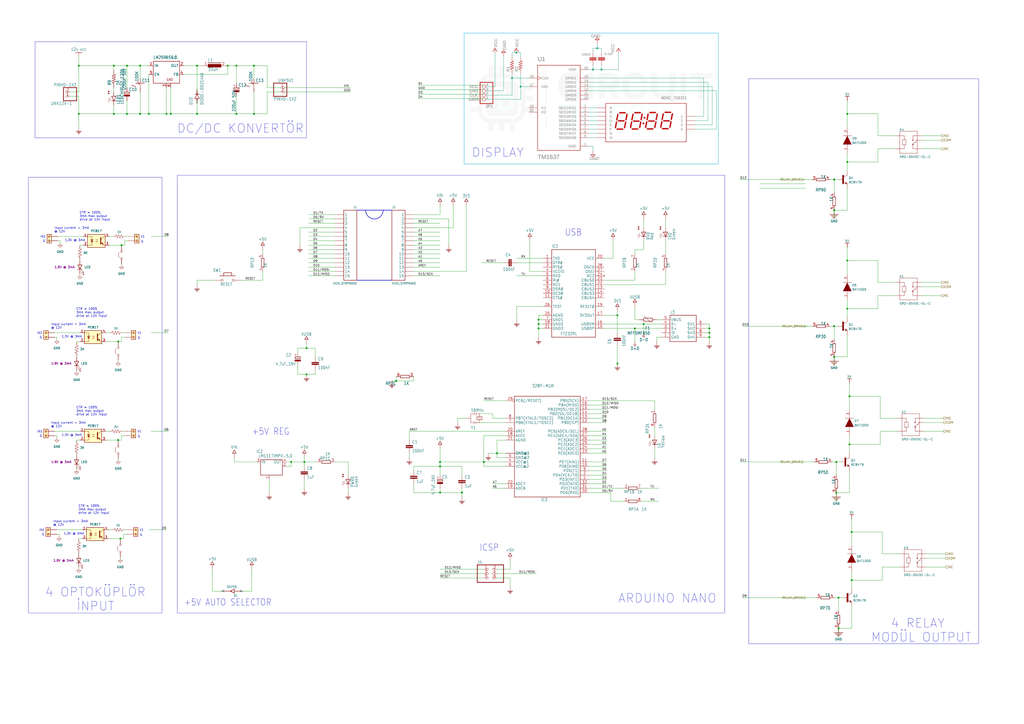
<source format=kicad_sch>
(kicad_sch (version 20250114) (generator "eeschema") (generator_version "9.0")
  (paper "A2")
  (lib_symbols
    (symbol "Connector:Screw_Terminal_01x02" (pin_numbers (hide yes)) (pin_names (offset 1.016) (hide yes))
      (property "Reference" "J" (at 0 2.54 0))
      (property "Value" "Screw_Terminal_01x02" (at 0 -5.08 0))
      (symbol "Screw_Terminal_01x02_1_1"
        (pin passive line (at -5.08 0 0) (length 3.81) (name "Pin_1") (number "1"))
        (pin passive line (at -5.08 -2.54 0) (length 3.81) (name "Pin_2") (number "2"))
      )
    )
    (symbol "Device:LED" (pin_numbers (hide yes)) (pin_names (offset 1.016) (hide yes))
      (property "Reference" "D" (at 0 2.54 0))
      (property "Value" "LED" (at 0 -2.54 0))
      (symbol "LED_1_1"
        (pin passive line (at -3.81 0 0) (length 2.54) (name "K") (number "1"))
        (pin passive line (at 3.81 0 180) (length 2.54) (name "A") (number "2"))
      )
    )
    (symbol "Device:R_US" (pin_numbers (hide yes)) (pin_names (offset 0))
      (property "Reference" "R" (at 2.54 0 90))
      (property "Value" "R_US" (at -2.54 0 90))
      (symbol "R_US_1_1"
        (pin passive line (at 0 3.81 270) (length 1.27) (name "~") (number "1"))
        (pin passive line (at 0 -3.81 90) (length 1.27) (name "~") (number "2"))
      )
    )
    (symbol "Isolator:PC817" (pin_names (offset 1.016))
      (property "Reference" "U" (at -5.08 5.08 0))
      (property "Value" "PC817" (at 0 5.08 0))
      (symbol "PC817_1_1"
        (pin passive line (at -7.62 2.54 0) (length 2.54) (name "~") (number "1"))
        (pin passive line (at -7.62 -2.54 0) (length 2.54) (name "~") (number "2"))
        (pin passive line (at 7.62 2.54 180) (length 2.54) (name "~") (number "4"))
        (pin passive line (at 7.62 -2.54 180) (length 2.54) (name "~") (number "3"))
      )
    )
    (symbol "Jumper:Jumper_2_Open" (pin_numbers (hide yes)) (pin_names (offset 0) (hide yes))
      (property "Reference" "JP" (at 0 2.794 0))
      (property "Value" "Jumper_2_Open" (at 0 -2.286 0))
      (symbol "Jumper_2_Open_1_1"
        (pin passive line (at -5.08 0 0) (length 2.54) (name "A") (number "1"))
        (pin passive line (at 5.08 0 180) (length 2.54) (name "B") (number "2"))
      )
    )
    (symbol "PowerSupply-eagle-import:C-POLECAP-10.5MM"
      (property "Reference" "C" (at 1.143 0.4826 0))
      (symbol "C-POLECAP-10.5MM_1_0"
        (text "+" (at -0.5842 0.4064 900) (effects (font (size 1.27 1.0795)) (justify left bottom)))
        (pin passive line (at 0 2.54 270) (length 2.54) (name "+") (number "1"))
        (pin passive line (at 0 -5.08 90) (length 2.54) (name "-") (number "2"))
      )
    )
    (symbol "PowerSupply-eagle-import:C-USCHIP-1206(3216-METRIC)"
      (property "Reference" "C" (at 1.016 0.635 0))
      (symbol "C-USCHIP-1206(3216-METRIC)_1_0"
        (pin passive line (at 0 2.54 270) (length 2.54) (name "1") (number "1"))
        (pin passive line (at 0 -5.08 90) (length 2.54) (name "2") (number "2"))
      )
    )
    (symbol "PowerSupply-eagle-import:DIODE-DO214AA"
      (property "Reference" "D" (at 2.54 0.4826 0))
      (symbol "DIODE-DO214AA_1_0"
        (text "SpiceOrder 1" (at -2.54 0 0) (effects (font (size 0.4064 0.3454))))
        (text "SpiceOrder 2" (at 2.54 0 0) (effects (font (size 0.4064 0.3454))))
        (pin passive line (at -2.54 0 0) (length 0) (name "A") (number "A"))
        (pin passive line (at 2.54 0 180) (length 0) (name "C") (number "C"))
      )
    )
    (symbol "PowerSupply-eagle-import:LEDCHIPLED_1206"
      (property "Reference" "LED" (at 3.556 -4.572 90))
      (symbol "LEDCHIPLED_1206_1_0"
        (pin passive line (at 0 2.54 270) (length 2.54) (name "A") (number "A"))
        (pin passive line (at 0 -5.08 90) (length 2.54) (name "C") (number "C"))
      )
    )
    (symbol "PowerSupply-eagle-import:LM2596S"
      (property "Reference" "IC" (at -7.62 6.35 0))
      (symbol "LM2596S_1_0"
        (text "GND" (at 0 -6.35 0) (effects (font (size 1.4224 1.209)) (justify left bottom)))
        (pin input line (at -10.16 2.54 0) (length 2.54) (name "IN") (number "1"))
        (pin input line (at -10.16 -2.54 0) (length 2.54) (name "EN") (number "5"))
        (pin power_in line (at 0 -10.16 90) (length 2.54) (name "GND") (number "3"))
        (pin power_in line (at 2.54 -10.16 90) (length 2.54) (name "GND@1") (number "6"))
        (pin output line (at 10.16 2.54 180) (length 2.54) (name "OUT") (number "2"))
        (pin input line (at 10.16 -2.54 180) (length 2.54) (name "FB") (number "4"))
      )
    )
    (symbol "PowerSupply-eagle-import:PINHD-1X2"
      (property "Reference" "JP" (at -6.35 5.715 0))
      (symbol "PINHD-1X2_1_0"
        (pin passive inverted (at -2.54 2.54 0) (length 2.54) (name "1") (number "1"))
        (pin passive inverted (at -2.54 0 0) (length 2.54) (name "2") (number "2"))
      )
    )
    (symbol "PowerSupply-eagle-import:R-US_R1206"
      (property "Reference" "R" (at -3.81 1.4986 0))
      (symbol "R-US_R1206_1_0"
        (pin passive line (at -5.08 0 0) (length 2.54) (name "1") (number "1"))
        (pin passive line (at 5.08 0 180) (length 2.54) (name "2") (number "2"))
      )
    )
    (symbol "PowerSupply-eagle-import:SRR1210"
      (property "Reference" "L" (at -3.81 2.286 0))
      (symbol "SRR1210_1_0"
        (pin passive line (at -7.62 0 0) (length 5.08) (name "1") (number "1"))
        (pin passive line (at 7.62 0 180) (length 5.08) (name "2") (number "2"))
      )
    )
    (symbol "PowerSupply-eagle-import:VCC" (power)
      (symbol "VCC_1_0"
        (pin power_in line (at 0 0 90) (length 2.54) (name "VCC") (number "1"))
      )
    )
    (symbol "SRD-05VDC-SL-C-altium-import:5V_BAR" (power)
      (property "Value" "5V" (at 0 -3.81 0))
      (symbol "5V_BAR_0_0"
        (pin power_in line (at 0 0 0) (length 0) (hide yes) (name "5V") (number ""))
      )
    )
    (symbol "SRD-05VDC-SL-C-altium-import:GND_POWER_GROUND" (power)
      (property "Value" "GND" (at 0 -6.35 0))
      (symbol "GND_POWER_GROUND_0_0"
        (pin power_in line (at 0 0 0) (length 0) (hide yes) (name "GND") (number ""))
      )
    )
    (symbol "SRD-05VDC-SL-C-altium-import:root_0_BC847B_BC847B.IntLib" (pin_numbers (hide yes)) (pin_names (hide yes))
      (symbol "root_0_BC847B_BC847B.IntLib_1_0"
        (pin passive line (at -2.54 0 0) (length 2.54) (name "B") (number "1"))
        (pin passive line (at 2.54 5.08 270) (length 2.54) (name "C") (number "3"))
        (pin passive line (at 2.54 -5.08 90) (length 2.54) (name "E") (number "2"))
      )
    )
    (symbol "SRD-05VDC-SL-C-altium-import:root_0_SRD-05VDC-SL-C_SRD-05VDC-SL-C.IntLib" (pin_numbers (hide yes)) (pin_names (hide yes))
      (symbol "root_0_SRD-05VDC-SL-C_SRD-05VDC-SL-C.IntLib_1_0"
        (pin passive line (at -7.62 2.54 0) (length 2.54) (name "A1") (number "A1"))
        (pin passive line (at -7.62 -5.08 0) (length 2.54) (name "A2") (number "A2"))
        (pin passive line (at 7.62 2.54 180) (length 2.54) (name "NO") (number "NO"))
        (pin passive line (at 7.62 0 180) (length 2.54) (name "COM") (number "COM"))
        (pin passive line (at 7.62 -5.08 180) (length 2.54) (name "NC") (number "NC"))
      )
    )
    (symbol "SRD-05VDC-SL-C-altium-import:root_1_BAT1000_BAT1000.IntLib" (pin_names (hide yes))
      (symbol "root_1_BAT1000_BAT1000.IntLib_1_0"
        (pin passive line (at 2.54 5.08 270) (length 5.08) (name "CATHODE") (number "3"))
        (pin passive line (at 2.54 -10.16 90) (length 5.08) (name "ANODE") (number "1"))
      )
    )
    (symbol "Screw_Terminal_01x02_1" (pin_numbers (hide yes)) (pin_names (offset 1.016) (hide yes))
      (property "Reference" "J" (at 0 2.54 0))
      (property "Value" "Screw_Terminal_01x02_1" (at 0 -5.08 0))
      (symbol "Screw_Terminal_01x02_1_1_1"
        (pin passive line (at -5.08 0 0) (length 3.81) (name "Pin_1") (number "1"))
        (pin passive line (at -5.08 -2.54 0) (length 3.81) (name "Pin_2") (number "2"))
      )
    )
    (symbol "ardnanoplcdemo-eagle-import:0005_064R_1K_/_CAY16-102J4LF"
      (property "Reference" "R" (at -5.08 -3.048 0))
      (symbol "0005_064R_1K_/_CAY16-102J4LF_1_0"
        (pin passive line (at -5.08 0 0) (length 2.54) (name "1") (number "1"))
        (pin passive line (at 5.08 0 180) (length 2.54) (name "2") (number "8"))
      )
      (symbol "0005_064R_1K_/_CAY16-102J4LF_2_0"
        (pin passive line (at -5.08 0 0) (length 2.54) (name "1") (number "2"))
        (pin passive line (at 5.08 0 180) (length 2.54) (name "2") (number "7"))
      )
      (symbol "0005_064R_1K_/_CAY16-102J4LF_3_0"
        (pin passive line (at -5.08 0 0) (length 2.54) (name "1") (number "3"))
        (pin passive line (at 5.08 0 180) (length 2.54) (name "2") (number "6"))
      )
      (symbol "0005_064R_1K_/_CAY16-102J4LF_4_0"
        (pin passive line (at -5.08 0 0) (length 2.54) (name "1") (number "4"))
        (pin passive line (at 5.08 0 180) (length 2.54) (name "2") (number "5"))
      )
    )
    (symbol "ardnanoplcdemo-eagle-import:0006_1UF_0603/GRM188R61E105KA12D"
      (property "Reference" "C" (at 1.524 0.381 0))
      (symbol "0006_1UF_0603/GRM188R61E105KA12D_1_0"
        (pin passive line (at 0 2.54 270) (length 2.54) (name "1") (number "1"))
        (pin passive line (at 0 -5.08 90) (length 2.54) (name "2") (number "2"))
      )
    )
    (symbol "ardnanoplcdemo-eagle-import:0011_CSTCE16M0V53-R0"
      (property "Reference" "X" (at -5.08 4.572 0))
      (symbol "0011_CSTCE16M0V53-R0_1_0"
        (pin passive line (at -7.62 0 0) (length 0) (name "2") (number "2"))
        (pin passive line (at 0 2.54 180) (length 0) (name "1") (number "1"))
        (pin passive line (at 0 -2.54 180) (length 0) (name "3") (number "3"))
      )
    )
    (symbol "ardnanoplcdemo-eagle-import:0015_100NF_0603"
      (property "Reference" "C" (at 1.524 0.381 0))
      (symbol "0015_100NF_0603_1_0"
        (pin passive line (at 0 2.54 270) (length 2.54) (name "1") (number "1"))
        (pin passive line (at 0 -5.08 90) (length 2.54) (name "2") (number "2"))
      )
    )
    (symbol "ardnanoplcdemo-eagle-import:0022_LM1117IMPX-5.0"
      (property "Reference" "IC" (at -5.08 7.62 0))
      (symbol "0022_LM1117IMPX-5.0_1_0"
        (pin input line (at -7.62 5.08 0) (length 2.54) (name "IN") (number "3"))
        (pin input line (at 0 -5.08 90) (length 2.54) (name "GND/ADJ") (number "1"))
        (pin passive line (at 10.16 5.08 180) (length 2.54) (name "OUT") (number "4"))
        (pin passive line (at 10.16 2.54 180) (length 2.54) (name "OUT@1") (number "2"))
      )
    )
    (symbol "ardnanoplcdemo-eagle-import:0025_SS1P3L-M3/84A"
      (property "Reference" "D" (at -1.905 1.905 0))
      (symbol "0025_SS1P3L-M3/84A_1_0"
        (pin bidirectional line (at -5.08 0 0) (length 0) (name "A") (number "P$2"))
        (pin bidirectional line (at 7.62 0 180) (length 0) (name "K") (number "P$1"))
      )
    )
    (symbol "ardnanoplcdemo-eagle-import:0043_KPT-2012SGC"
      (property "Reference" "LED" (at 3.556 -4.572 90))
      (symbol "0043_KPT-2012SGC_1_0"
        (pin passive line (at 0 2.54 270) (length 2.54) (name "A") (number "A"))
        (pin passive line (at 0 -5.08 90) (length 2.54) (name "C") (number "C"))
      )
    )
    (symbol "ardnanoplcdemo-eagle-import:0044_KPT-2012YC"
      (property "Reference" "LED" (at 3.556 -4.572 90))
      (symbol "0044_KPT-2012YC_1_0"
        (pin passive line (at 0 2.54 270) (length 2.54) (name "A") (number "A"))
        (pin passive line (at 0 -5.08 90) (length 2.54) (name "C") (number "C"))
      )
    )
    (symbol "ardnanoplcdemo-eagle-import:0114_PH254-203DF118A00V"
      (property "Reference" "JP" (at -6.35 5.715 0))
      (symbol "0114_PH254-203DF118A00V_1_0"
        (pin passive inverted (at -2.54 2.54 0) (length 2.54) (name "1") (number "1"))
        (pin passive inverted (at -2.54 0 0) (length 2.54) (name "3") (number "3"))
        (pin passive inverted (at -2.54 -2.54 0) (length 2.54) (name "5") (number "5"))
        (pin passive inverted (at 5.08 2.54 180) (length 2.54) (name "2") (number "2"))
        (pin passive inverted (at 5.08 0 180) (length 2.54) (name "4") (number "4"))
        (pin passive inverted (at 5.08 -2.54 180) (length 2.54) (name "6") (number "6"))
      )
    )
    (symbol "ardnanoplcdemo-eagle-import:0173_IT-1185AP1C-160G-G_T&R"
      (property "Reference" "PB" (at -8.636 4.826 0))
      (symbol "0173_IT-1185AP1C-160G-G_T&R_1_0"
        (pin passive inverted (at -7.62 0 0) (length 5.08) (name "1") (number "1"))
        (pin passive inverted (at 7.62 0 180) (length 5.08) (name "2") (number "2"))
      )
    )
    (symbol "ardnanoplcdemo-eagle-import:0181_KTP-2012SURCK"
      (property "Reference" "LED" (at 3.556 -4.572 90))
      (symbol "0181_KTP-2012SURCK_1_0"
        (pin passive line (at 0 2.54 270) (length 2.54) (name "A") (number "A"))
        (pin passive line (at 0 -5.08 90) (length 2.54) (name "C") (number "C"))
      )
    )
    (symbol "ardnanoplcdemo-eagle-import:0219_14850"
      (property "Reference" "USB" (at -7.62 8.382 0))
      (symbol "0219_14850_1_0"
        (pin power_in line (at -12.7 5.08 0) (length 5.08) (name "VBUS") (number "5"))
        (pin bidirectional line (at -12.7 2.54 0) (length 5.08) (name "D-") (number "4"))
        (pin bidirectional line (at -12.7 0 0) (length 5.08) (name "D+") (number "3"))
        (pin bidirectional line (at -12.7 -2.54 0) (length 5.08) (name "ID") (number "2"))
        (pin passive line (at -12.7 -5.08 0) (length 5.08) (name "GND") (number "1"))
        (pin passive line (at 12.7 2.54 180) (length 5.08) (name "SH1") (number "6"))
        (pin passive line (at 12.7 0 180) (length 5.08) (name "SH2") (number "7"))
        (pin passive line (at 12.7 -2.54 180) (length 5.08) (name "SH3") (number "8"))
        (pin passive line (at 12.7 -5.08 180) (length 5.08) (name "SH4") (number "9"))
      )
    )
    (symbol "ardnanoplcdemo-eagle-import:0226_FT232RL"
      (property "Reference" "IC" (at -12.7 26.416 0))
      (symbol "0226_FT232RL_1_0"
        (pin output line (at -17.78 20.32 0) (length 5.08) (name "TXD") (number "1"))
        (pin output line (at -17.78 17.78 0) (length 5.08) (name "DTR#") (number "2"))
        (pin output line (at -17.78 15.24 0) (length 5.08) (name "RTS#") (number "3"))
        (pin power_in line (at -17.78 12.7 0) (length 5.08) (name "VCCIO") (number "4"))
        (pin input line (at -17.78 10.16 0) (length 5.08) (name "RXD") (number "5"))
        (pin bidirectional line (at -17.78 7.62 0) (length 5.08) (name "RI#") (number "6"))
        (pin bidirectional line (at -17.78 5.08 0) (length 5.08) (name "NC1") (number "8"))
        (pin bidirectional line (at -17.78 2.54 0) (length 5.08) (name "DSR#") (number "9"))
        (pin bidirectional line (at -17.78 0 0) (length 5.08) (name "DCD#") (number "10"))
        (pin bidirectional line (at -17.78 -2.54 0) (length 5.08) (name "CTS#") (number "11"))
        (pin bidirectional line (at -17.78 -7.62 0) (length 5.08) (name "TEST") (number "26"))
        (pin power_in line (at -17.78 -12.7 0) (length 5.08) (name "AGND") (number "25"))
        (pin power_in line (at -17.78 -15.24 0) (length 5.08) (name "GND1") (number "7"))
        (pin power_in line (at -17.78 -17.78 0) (length 5.08) (name "GND2") (number "18"))
        (pin power_in line (at -17.78 -20.32 0) (length 5.08) (name "GND3") (number "21"))
        (pin power_in line (at 17.78 20.32 180) (length 5.08) (name "VCC") (number "20"))
        (pin output line (at 17.78 15.24 180) (length 5.08) (name "OSCO") (number "28"))
        (pin bidirectional line (at 17.78 12.7 180) (length 5.08) (name "OSCI") (number "27"))
        (pin no_connect line (at 17.78 10.16 180) (length 5.08) (name "NC2") (number "24"))
        (pin bidirectional line (at 17.78 7.62 180) (length 5.08) (name "CBUS0") (number "23"))
        (pin bidirectional line (at 17.78 5.08 180) (length 5.08) (name "CBUS1") (number "22"))
        (pin bidirectional line (at 17.78 2.54 180) (length 5.08) (name "CBUS2") (number "13"))
        (pin bidirectional line (at 17.78 0 180) (length 5.08) (name "CBUS3") (number "14"))
        (pin bidirectional line (at 17.78 -2.54 180) (length 5.08) (name "CBUS4") (number "12"))
        (pin bidirectional line (at 17.78 -7.62 180) (length 5.08) (name "RESET#") (number "19"))
        (pin power_in line (at 17.78 -12.7 180) (length 5.08) (name "3V3OUT") (number "17"))
        (pin bidirectional line (at 17.78 -17.78 180) (length 5.08) (name "USBDM") (number "16"))
        (pin bidirectional line (at 17.78 -20.32 180) (length 5.08) (name "USBDP") (number "15"))
      )
    )
    (symbol "ardnanoplcdemo-eagle-import:0833_TAJA475MO16RNJ"
      (property "Reference" "C" (at 1.143 0.4826 0))
      (symbol "0833_TAJA475MO16RNJ_1_0"
        (text "+" (at -0.5842 0.4064 900) (effects (font (size 1.27 1.0795)) (justify left bottom)))
        (pin passive line (at 0 2.54 270) (length 2.54) (name "+") (number "1"))
        (pin passive line (at 0 -5.08 90) (length 2.54) (name "-") (number "2"))
      )
    )
    (symbol "ardnanoplcdemo-eagle-import:3V3" (power)
      (symbol "3V3_1_0"
        (pin power_in line (at 0 -2.54 90) (length 2.54) (name "3V3") (number "1"))
      )
    )
    (symbol "ardnanoplcdemo-eagle-import:ATMEGA328P-32MUR"
      (property "Reference" "U" (at -17.78 -40.64 0))
      (symbol "ATMEGA328P-32MUR_1_0"
        (pin bidirectional inverted (at -22.86 25.4 0) (length 5.08) (name "PC6(/RESET)") (number "29"))
        (pin bidirectional line (at -22.86 15.24 0) (length 5.08) (name "PB7(XTAL2/TOSC2)") (number "8"))
        (pin bidirectional line (at -22.86 12.7 0) (length 5.08) (name "PB6(XTAL1/TOSC1)") (number "7"))
        (pin bidirectional line (at -22.86 7.62 0) (length 5.08) (name "AREF") (number "20"))
        (pin bidirectional line (at -22.86 5.08 0) (length 5.08) (name "AVCC") (number "18"))
        (pin bidirectional line (at -22.86 2.54 0) (length 5.08) (name "AGND") (number "21"))
        (pin bidirectional line (at -22.86 -5.08 0) (length 5.08) (name "GND@1") (number "3"))
        (pin bidirectional line (at -22.86 -5.08 0) (length 5.08) (name "GND@1") (number "33"))
        (pin bidirectional line (at -22.86 -7.62 0) (length 5.08) (name "GND@2") (number "5"))
        (pin bidirectional line (at -22.86 -10.16 0) (length 5.08) (name "VCC@1") (number "4"))
        (pin bidirectional line (at -22.86 -12.7 0) (length 5.08) (name "VCC@2") (number "6"))
        (pin bidirectional line (at -22.86 -22.86 0) (length 5.08) (name "ADC7") (number "22"))
        (pin bidirectional line (at -22.86 -25.4 0) (length 5.08) (name "ADC6") (number "19"))
        (pin bidirectional line (at 25.4 25.4 180) (length 5.08) (name "PB5(SCK)") (number "17"))
        (pin bidirectional line (at 25.4 22.86 180) (length 5.08) (name "PB4(MISO)") (number "16"))
        (pin bidirectional line (at 25.4 20.32 180) (length 5.08) (name "PB3(MOSI/OC2)") (number "15"))
        (pin bidirectional line (at 25.4 17.78 180) (length 5.08) (name "PB2(SS/OC1B)") (number "14"))
        (pin bidirectional line (at 25.4 15.24 180) (length 5.08) (name "PB1(OC1A)") (number "13"))
        (pin bidirectional line (at 25.4 12.7 180) (length 5.08) (name "PB0(ICP)") (number "12"))
        (pin bidirectional line (at 25.4 7.62 180) (length 5.08) (name "PC5(ADC5/SCL)") (number "28"))
        (pin bidirectional line (at 25.4 5.08 180) (length 5.08) (name "PC4(ADC4/SDA)") (number "27"))
        (pin bidirectional line (at 25.4 2.54 180) (length 5.08) (name "PC3(ADC3)") (number "26"))
        (pin bidirectional line (at 25.4 0 180) (length 5.08) (name "PC2(ADC2)") (number "25"))
        (pin bidirectional line (at 25.4 -2.54 180) (length 5.08) (name "PC1(ADC1)") (number "24"))
        (pin bidirectional line (at 25.4 -5.08 180) (length 5.08) (name "PC0(ADC0)") (number "23"))
        (pin bidirectional line (at 25.4 -10.16 180) (length 5.08) (name "PD7(AIN1)") (number "11"))
        (pin bidirectional line (at 25.4 -12.7 180) (length 5.08) (name "PD6(AIN0)") (number "10"))
        (pin bidirectional line (at 25.4 -15.24 180) (length 5.08) (name "PD5(T1)") (number "9"))
        (pin bidirectional line (at 25.4 -17.78 180) (length 5.08) (name "PD4(XCK/T0)") (number "2"))
        (pin bidirectional line (at 25.4 -20.32 180) (length 5.08) (name "PD3(INT1)") (number "1"))
        (pin bidirectional line (at 25.4 -22.86 180) (length 5.08) (name "PD2(INT0)") (number "32"))
        (pin bidirectional line (at 25.4 -25.4 180) (length 5.08) (name "PD1(TXD)") (number "31"))
        (pin bidirectional line (at 25.4 -27.94 180) (length 5.08) (name "PD0(RXD)") (number "30"))
      )
    )
    (symbol "ardnanoplcdemo-eagle-import:Arduino-utility_TPTP-1.00MM"
      (property "Reference" "TP" (at 0 0.508 0))
      (symbol "Arduino-utility_TPTP-1.00MM_1_0"
        (pin passive line (at 0 -2.54 90) (length 0) (name "P$1") (number "X"))
      )
    )
    (symbol "ardnanoplcdemo-eagle-import:COM" (power)
      (symbol "COM_1_0"
        (pin power_in line (at 0 2.54 270) (length 2.54) (name "COM") (number "1"))
      )
    )
    (symbol "ardnanoplcdemo-eagle-import:MyPOW_+5V" (power)
      (symbol "MyPOW_+5V_1_0"
        (pin power_in line (at 0 -2.54 90) (length 2.54) (name "+5V") (number "1"))
      )
    )
    (symbol "ardnanoplcdemo-eagle-import:MyPOW_VIN" (power)
      (symbol "MyPOW_VIN_1_0"
        (pin power_in line (at 0 -2.54 90) (length 2.54) (name "VIN") (number "1"))
      )
    )
    (symbol "ardnanoplcdemo-eagle-import:MyPOW_VUSB" (power)
      (symbol "MyPOW_VUSB_1_0"
        (pin power_in line (at 0 -2.54 90) (length 2.54) (name "VUSB") (number "1"))
      )
    )
    (symbol "ardnanoplcdemo-eagle-import:PTC"
      (property "Reference" "F" (at 2.54 0.2286 0))
      (symbol "PTC_1_0"
        (pin passive line (at 0 5.08 270) (length 2.54) (name "2") (number "2"))
        (pin passive line (at 0 -5.08 90) (length 2.54) (name "1") (number "1"))
      )
    )
    (symbol "ardnanoplcdemo-eagle-import:XXXX_STRIPNANO"
      (property "Reference" "CN" (at -2.54 21.336 0))
      (symbol "XXXX_STRIPNANO_1_0"
        (pin passive line (at 10.16 17.78 180) (length 5.08) (name "1") (number "1"))
        (pin passive line (at 10.16 15.24 180) (length 5.08) (name "2") (number "2"))
        (pin passive line (at 10.16 12.7 180) (length 5.08) (name "3") (number "3"))
        (pin passive line (at 10.16 10.16 180) (length 5.08) (name "4") (number "4"))
        (pin passive line (at 10.16 7.62 180) (length 5.08) (name "5") (number "5"))
        (pin passive line (at 10.16 5.08 180) (length 5.08) (name "6") (number "6"))
        (pin passive line (at 10.16 2.54 180) (length 5.08) (name "7") (number "7"))
        (pin passive line (at 10.16 0 180) (length 5.08) (name "8") (number "8"))
        (pin passive line (at 10.16 -2.54 180) (length 5.08) (name "9") (number "9"))
        (pin passive line (at 10.16 -5.08 180) (length 5.08) (name "10") (number "10"))
        (pin passive line (at 10.16 -7.62 180) (length 5.08) (name "11") (number "11"))
        (pin passive line (at 10.16 -10.16 180) (length 5.08) (name "12") (number "12"))
        (pin passive line (at 10.16 -12.7 180) (length 5.08) (name "13") (number "13"))
        (pin passive line (at 10.16 -15.24 180) (length 5.08) (name "14") (number "14"))
        (pin passive line (at 10.16 -17.78 180) (length 5.08) (name "15") (number "15"))
      )
    )
    (symbol "power:GND" (power) (pin_names (offset 0))
      (property "Value" "GND" (at 0 -3.81 0))
      (symbol "GND_1_1"
        (pin power_in line (at 0 0 270) (length 0) (hide yes) (name "GND") (number "1"))
      )
    )
  )
  (rectangle (start 20.32 24.13) (end 177.8 80.01))
  (rectangle (start 102.87 101.6) (end 420.37 355.6))
  (rectangle (start 16.51 102.87) (end 93.98 355.6))
  (rectangle (start 434.34 45.72) (end 567.69 373.38))
  (arc (start 222.25 121.92) (mid 217.17 127) (end 212.09 121.92) (stroke (width 0.3048)))
  (text "DC/DC KONVERTÖR" (at 139.446 74.676 0) (effects (font (size 5.08 5.08))))
  (text "4 RELAY \nMODÜL OUTPUT\n" (at 534.416 365.76 0) (effects (font (size 5.08 5.08))))
  (text "V1" (at 80.899 308.356 0) (effects (font (size 1.27 1.27)) (justify left bottom)))
  (text "G" (at 22.987 253.746 0) (effects (font (size 1.27 1.27)) (justify left bottom)))
  (text "G" (at 22.987 196.596 0) (effects (font (size 1.27 1.27)) (justify left bottom)))
  (text "1.3V @ 3mA" (at 35.687 196.088 0) (effects (font (size 1.27 1.27)) (justify left bottom)))
  (text "CTR ≈ 100%\n3mA max output\ndrive at 12V input" (at 45.466 298.45 0) (effects (font (size 1.27 1.27)) (justify left bottom)))
  (text "1.3V @ 3mA" (at 36.957 310.388 0) (effects (font (size 1.27 1.27)) (justify left bottom)))
  (text "DISPLAY\n" (at 288.798 88.646 0) (effects (font (size 5.08 5.08))))
  (text "CTR ≈ 100%\n3mA max output\ndrive at 12V input" (at 46.101 128.27 0) (effects (font (size 1.27 1.27)) (justify left bottom)))
  (text "+5V AUTO SELECTOR" (at 106.68 351.79 0) (effects (font (size 3.81 3.2385)) (justify left bottom)))
  (text "IN1" (at 23.368 138.176 0) (effects (font (size 1.27 1.27)) (justify left bottom)))
  (text "ICSP" (at 278.13 320.04 0) (effects (font (size 3.81 3.2385)) (justify left bottom)))
  (text "Input current = 3mA\n@ 12V" (at 29.591 248.158 0) (effects (font (size 1.27 1.27)) (justify left bottom)))
  (text "G" (at 24.892 140.716 0) (effects (font (size 1.27 1.27)) (justify left bottom)))
  (text "G" (at 24.257 310.896 0) (effects (font (size 1.27 1.27)) (justify left bottom)))
  (text "IN1" (at 21.463 194.056 0) (effects (font (size 1.27 1.27)) (justify left bottom)))
  (text "Input current = 3mA\n@ 12V" (at 30.861 305.308 0) (effects (font (size 1.27 1.27)) (justify left bottom)))
  (text "USB" (at 327.66 137.16 0) (effects (font (size 3.81 3.2385)) (justify left bottom)))
  (text "V1" (at 81.534 138.176 0) (effects (font (size 1.27 1.27)) (justify left bottom)))
  (text "V1" (at 79.629 251.206 0) (effects (font (size 1.27 1.27)) (justify left bottom)))
  (text "G" (at 79.883 254 0) (effects (font (size 1.27 1.27)) (justify left bottom)))
  (text "ARDUINO NANO" (at 387.096 347.218 0) (effects (font (size 5.08 5.08))))
  (text "IN1" (at 21.463 251.206 0) (effects (font (size 1.27 1.27)) (justify left bottom)))
  (text "V1" (at 79.629 194.056 0) (effects (font (size 1.27 1.27)) (justify left bottom)))
  (text "IN1" (at 22.733 308.356 0) (effects (font (size 1.27 1.27)) (justify left bottom)))
  (text "G" (at 79.883 196.85 0) (effects (font (size 1.27 1.27)) (justify left bottom)))
  (text "G" (at 81.788 140.97 0) (effects (font (size 1.27 1.27)) (justify left bottom)))
  (text "CTR ≈ 100%\n3mA max output\ndrive at 12V input" (at 44.196 184.15 0) (effects (font (size 1.27 1.27)) (justify left bottom)))
  (text "Input current = 3mA\n@ 12V" (at 31.496 135.128 0) (effects (font (size 1.27 1.27)) (justify left bottom)))
  (text "CTR ≈ 100%\n3mA max output\ndrive at 12V input" (at 44.196 241.3 0) (effects (font (size 1.27 1.27)) (justify left bottom)))
  (text "+5V REG" (at 146.05 252.73 0) (effects (font (size 3.81 3.2385)) (justify left bottom)))
  (text "1.3V @ 3mA" (at 35.687 253.238 0) (effects (font (size 1.27 1.27)) (justify left bottom)))
  (text "G" (at 81.153 311.15 0) (effects (font (size 1.27 1.27)) (justify left bottom)))
  (text "4 OPTOKÜPLÖR\nİNPUT" (at 55.372 347.726 0) (effects (font (size 5.08 5.08))))
  (text "Input current = 3mA\n@ 12V" (at 29.591 191.008 0) (effects (font (size 1.27 1.27)) (justify left bottom)))
  (text "1.3V @ 3mA" (at 37.592 140.208 0) (effects (font (size 1.27 1.27)) (justify left bottom)))
  (junction (at 45.72 66.04))
  (junction (at 177.8 217.17))
  (junction (at 491.49 66.04))
  (junction (at 267.97 285.75))
  (junction (at 99.06 66.04))
  (junction (at 73.66 38.1))
  (junction (at 411.48 193.04))
  (junction (at 485.14 285.75))
  (junction (at 492.76 229.87))
  (junction (at 168.91 267.97))
  (junction (at 486.41 364.49))
  (junction (at 147.32 38.1))
  (junction (at 312.42 187.96))
  (junction (at 114.3 38.1))
  (junction (at 68.58 255.27))
  (junction (at 494.03 336.55))
  (junction (at 69.85 312.42))
  (junction (at 255.27 267.97))
  (junction (at 137.16 38.1))
  (junction (at 255.27 270.51))
  (junction (at 491.49 151.13))
  (junction (at 137.16 66.04))
  (junction (at 483.87 207.01))
  (junction (at 312.42 185.42))
  (junction (at 66.04 38.1))
  (junction (at 81.28 38.1))
  (junction (at 485.14 267.97))
  (junction (at 288.29 262.89))
  (junction (at 66.04 66.04))
  (junction (at 483.87 121.92))
  (junction (at 96.52 66.04))
  (junction (at 177.8 201.93))
  (junction (at 132.08 38.1))
  (junction (at 491.49 179.07))
  (junction (at 411.48 195.58))
  (junction (at 280.67 267.97))
  (junction (at 255.27 285.75))
  (junction (at 373.38 187.96))
  (junction (at 491.49 93.98))
  (junction (at 494.03 308.61))
  (junction (at 486.41 346.71))
  (junction (at 368.3 190.5))
  (junction (at 358.14 182.88))
  (junction (at 492.76 257.81))
  (junction (at 114.3 66.04))
  (junction (at 358.14 210.82))
  (junction (at 81.28 66.04))
  (junction (at 483.87 104.14))
  (junction (at 147.32 66.04))
  (junction (at 86.36 66.04))
  (junction (at 312.42 190.5))
  (junction (at 411.48 190.5))
  (junction (at 483.87 189.23))
  (junction (at 73.66 66.04))
  (junction (at 68.58 198.12))
  (junction (at 70.485 142.24))
  (junction (at 176.53 267.97))
  (junction (at 229.87 220.98))
  (junction (at 45.72 38.1))
  (wire (pts (xy 411.48 187.96) (xy 411.48 190.5)) (stroke (width 0.1524)))
  (wire (pts (xy 262.89 132.08) (xy 262.89 119.38)) (stroke (width 0.1524)))
  (wire (pts (xy 267.97 270.51) (xy 255.27 270.51)) (stroke (width 0.1524)))
  (polyline (pts (xy 207.01 121.92) (xy 212.09 121.92)) (stroke (width 0.3048) (type solid)))
  (wire (pts (xy 168.91 267.97) (xy 166.37 267.97)) (stroke (width 0.1524)))
  (wire (pts (xy 201.93 267.97) (xy 201.93 275.59)) (stroke (width 0.1524)))
  (wire (pts (xy 96.52 50.8) (xy 96.52 66.04)) (stroke (width 0.1524)))
  (wire (pts (xy 537.21 323.85) (xy 548.64 323.85)))
  (polyline (pts (xy 207.01 162.56) (xy 227.33 162.56)) (stroke (width 0.3048) (type solid)))
  (wire (pts (xy 368.3 144.78) (xy 373.38 144.78)) (stroke (width 0.1524)))
  (wire (pts (xy 237.49 250.19) (xy 237.49 255.27)) (stroke (width 0.1524)))
  (wire (pts (xy 386.08 165.1) (xy 386.08 157.48)) (stroke (width 0.1524)))
  (wire (pts (xy 46.355 142.24) (xy 46.355 142.875)))
  (wire (pts (xy 73.66 38.1) (xy 81.28 38.1)) (stroke (width 0.1524)))
  (wire (pts (xy 430.53 346.71) (xy 468.63 346.71)) (stroke (width 0.1524)))
  (wire (pts (xy 491.49 99.06) (xy 491.49 93.98)))
  (wire (pts (xy 172.72 204.47) (xy 172.72 201.93)) (stroke (width 0.1524)))
  (wire (pts (xy 295.91 335.28) (xy 295.91 340.36)) (stroke (width 0.1524)))
  (wire (pts (xy 511.81 321.31) (xy 511.81 308.61)))
  (wire (pts (xy 255.27 335.28) (xy 280.67 335.28)) (stroke (width 0.1524)))
  (wire (pts (xy 45.72 312.42) (xy 45.72 313.055)))
  (wire (pts (xy 483.87 189.23) (xy 486.41 189.23)))
  (wire (pts (xy 280.67 267.97) (xy 255.27 267.97)) (stroke (width 0.1524)))
  (wire (pts (xy 69.85 312.42) (xy 69.85 313.055)))
  (wire (pts (xy 146.05 330.2) (xy 146.05 342.9)) (stroke (width 0.1524)))
  (wire (pts (xy 176.53 267.97) (xy 176.53 265.43)) (stroke (width 0.1524)))
  (wire (pts (xy 279.4 152.4) (xy 292.1 152.4)) (stroke (width 0.1524)))
  (wire (pts (xy 240.03 152.4) (xy 255.27 152.4)) (stroke (width 0.1524)))
  (wire (pts (xy 240.03 127) (xy 260.35 127)) (stroke (width 0.1524)))
  (wire (pts (xy 70.485 142.24) (xy 72.39 142.24)))
  (wire (pts (xy 373.38 132.08) (xy 373.38 127)) (stroke (width 0.1524)))
  (wire (pts (xy 411.48 193.04) (xy 411.48 195.58)) (stroke (width 0.1524)))
  (wire (pts (xy 481.33 104.14) (xy 483.87 104.14)))
  (wire (pts (xy 227.33 220.98) (xy 229.87 220.98)) (stroke (width 0.1524)))
  (wire (pts (xy 381 195.58) (xy 381 198.12)) (stroke (width 0.1524)))
  (wire (pts (xy 240.03 154.94) (xy 255.27 154.94)) (stroke (width 0.1524)))
  (wire (pts (xy 368.3 147.32) (xy 368.3 144.78)) (stroke (width 0.1524)))
  (wire (pts (xy 511.81 336.55) (xy 511.81 328.93)))
  (wire (pts (xy 483.87 346.71) (xy 486.41 346.71)))
  (wire (pts (xy 293.37 267.97) (xy 280.67 267.97)) (stroke (width 0.1524)))
  (wire (pts (xy 81.28 38.1) (xy 86.36 38.1)) (stroke (width 0.1524)))
  (wire (pts (xy 483.87 104.14) (xy 486.41 104.14)))
  (wire (pts (xy 492.76 273.05) (xy 492.76 285.75)))
  (wire (pts (xy 255.27 332.74) (xy 280.67 332.74)) (stroke (width 0.1524)))
  (wire (pts (xy 534.67 163.83) (xy 546.1 163.83)))
  (wire (pts (xy 341.63 283.21) (xy 361.95 283.21)) (stroke (width 0.1524)))
  (wire (pts (xy 184.15 267.97) (xy 176.53 267.97)) (stroke (width 0.1524)))
  (wire (pts (xy 509.27 151.13) (xy 491.49 151.13)))
  (wire (pts (xy 173.99 132.08) (xy 173.99 142.24)) (stroke (width 0.1524)))
  (wire (pts (xy 510.54 229.87) (xy 492.76 229.87)))
  (wire (pts (xy 182.88 201.93) (xy 182.88 207.01)) (stroke (width 0.1524)))
  (wire (pts (xy 430.53 189.23) (xy 468.63 189.23)) (stroke (width 0.1524)))
  (wire (pts (xy 267.97 275.59) (xy 267.97 270.51)) (stroke (width 0.1524)))
  (wire (pts (xy 154.94 38.1) (xy 154.94 50.8)) (stroke (width 0.1524)))
  (wire (pts (xy 44.45 263.525) (xy 44.45 264.16)))
  (wire (pts (xy 408.94 190.5) (xy 411.48 190.5)) (stroke (width 0.1524)))
  (wire (pts (xy 293.37 252.73) (xy 280.67 252.73)) (stroke (width 0.1524)))
  (wire (pts (xy 341.63 278.13) (xy 351.79 278.13)) (stroke (width 0.1524)))
  (wire (pts (xy 354.33 290.83) (xy 361.95 290.83)) (stroke (width 0.1524)))
  (wire (pts (xy 341.63 285.75) (xy 354.33 285.75)) (stroke (width 0.1524)))
  (wire (pts (xy 68.58 198.12) (xy 70.485 198.12)))
  (wire (pts (xy 293.37 242.57) (xy 285.75 242.57)) (stroke (width 0.1524)))
  (wire (pts (xy 73.025 137.16) (xy 74.295 137.16)))
  (wire (pts (xy 341.63 245.11) (xy 351.79 245.11)) (stroke (width 0.1524)))
  (wire (pts (xy 242.57 49.53) (xy 280.67 49.53)) (stroke (width 0.1524)))
  (wire (pts (xy 137.16 55.88) (xy 137.16 66.04)) (stroke (width 0.1524)))
  (wire (pts (xy 358.14 182.88) (xy 358.14 180.34)) (stroke (width 0.1524)))
  (wire (pts (xy 240.03 139.7) (xy 255.27 139.7)) (stroke (width 0.1524)))
  (wire (pts (xy 491.49 66.04) (xy 491.49 58.42)))
  (wire (pts (xy 270.51 242.57) (xy 265.43 242.57)) (stroke (width 0.1524)))
  (wire (pts (xy 255.27 285.75) (xy 240.03 285.75)) (stroke (width 0.1524)))
  (wire (pts (xy 260.35 127) (xy 260.35 142.24)) (stroke (width 0.1524)))
  (wire (pts (xy 182.88 217.17) (xy 177.8 217.17)) (stroke (width 0.1524)))
  (wire (pts (xy 33.02 195.58) (xy 33.02 196.85)))
  (wire (pts (xy 368.3 185.42) (xy 368.3 177.8)) (stroke (width 0.1524)))
  (wire (pts (xy 386.08 147.32) (xy 386.08 139.7)) (stroke (width 0.1524)))
  (wire (pts (xy 481.33 189.23) (xy 483.87 189.23)))
  (wire (pts (xy 509.27 78.74) (xy 509.27 66.04)))
  (wire (pts (xy 483.87 121.92) (xy 491.49 121.92)))
  (wire (pts (xy 87.63 250.19) (xy 97.79 250.19)) (stroke (width 0.1524)))
  (wire (pts (xy 137.16 66.04) (xy 114.3 66.04)) (stroke (width 0.1524)))
  (wire (pts (xy 255.27 124.46) (xy 240.03 124.46)) (stroke (width 0.1524)))
  (wire (pts (xy 471.17 104.14) (xy 466.09 104.14)))
  (wire (pts (xy 314.96 185.42) (xy 312.42 185.42)) (stroke (width 0.1524)))
  (wire (pts (xy 240.03 132.08) (xy 262.89 132.08)) (stroke (width 0.1524)))
  (wire (pts (xy 408.94 193.04) (xy 411.48 193.04)) (stroke (width 0.1524)))
  (wire (pts (xy 288.29 262.89) (xy 283.21 262.89)) (stroke (width 0.1524)))
  (wire (pts (xy 147.32 53.34) (xy 147.32 66.04)) (stroke (width 0.1524)))
  (wire (pts (xy 31.75 195.58) (xy 33.02 195.58)))
  (wire (pts (xy 510.54 250.19) (xy 520.7 250.19)))
  (wire (pts (xy 66.04 60.96) (xy 66.04 66.04)) (stroke (width 0.1524)))
  (wire (pts (xy 285.75 242.57) (xy 285.75 240.03)) (stroke (width 0.1524)))
  (wire (pts (xy 255.27 270.51) (xy 240.03 270.51)) (stroke (width 0.1524)))
  (wire (pts (xy 521.97 321.31) (xy 511.81 321.31)))
  (wire (pts (xy 71.12 193.04) (xy 72.39 193.04)))
  (wire (pts (xy 299.72 152.4) (xy 314.96 152.4)) (stroke (width 0.1524)))
  (wire (pts (xy 341.63 250.19) (xy 351.79 250.19)) (stroke (width 0.1524)))
  (wire (pts (xy 46.355 150.495) (xy 46.355 151.13)))
  (wire (pts (xy 485.14 267.97) (xy 487.68 267.97)))
  (wire (pts (xy 486.41 364.49) (xy 494.03 364.49)))
  (wire (pts (xy 34.925 139.7) (xy 34.925 140.97)))
  (wire (pts (xy 179.07 137.16) (xy 194.31 137.16)) (stroke (width 0.1524)))
  (wire (pts (xy 408.94 195.58) (xy 411.48 195.58)) (stroke (width 0.1524)))
  (wire (pts (xy 99.06 50.8) (xy 99.06 66.04)) (stroke (width 0.1524)))
  (wire (pts (xy 242.57 57.15) (xy 280.67 57.15)) (stroke (width 0.1524)))
  (wire (pts (xy 87.63 193.04) (xy 97.79 193.04)) (stroke (width 0.1524)))
  (wire (pts (xy 72.39 142.24) (xy 72.39 139.7)))
  (wire (pts (xy 509.27 86.36) (xy 519.43 86.36)))
  (wire (pts (xy 240.03 149.86) (xy 255.27 149.86)) (stroke (width 0.1524)))
  (wire (pts (xy 341.63 242.57) (xy 351.79 242.57)) (stroke (width 0.1524)))
  (wire (pts (xy 137.16 38.1) (xy 137.16 48.26)) (stroke (width 0.1524)))
  (wire (pts (xy 45.72 53.34) (xy 45.72 38.1)) (stroke (width 0.1524)))
  (wire (pts (xy 255.27 330.2) (xy 280.67 330.2)) (stroke (width 0.1524)))
  (wire (pts (xy 519.43 78.74) (xy 509.27 78.74)))
  (wire (pts (xy 45.72 55.88) (xy 45.72 66.04)) (stroke (width 0.1524)))
  (wire (pts (xy 156.21 285.75) (xy 156.21 278.13)) (stroke (width 0.1524)))
  (wire (pts (xy 510.54 242.57) (xy 510.54 229.87)))
  (wire (pts (xy 492.76 262.89) (xy 492.76 257.81)))
  (wire (pts (xy 173.99 132.08) (xy 194.31 132.08)) (stroke (width 0.1524)))
  (wire (pts (xy 71.12 250.19) (xy 72.39 250.19)))
  (wire (pts (xy 511.81 328.93) (xy 521.97 328.93)))
  (wire (pts (xy 368.3 198.12) (xy 368.3 190.5)) (stroke (width 0.1524)))
  (wire (pts (xy 440.69 109.22) (xy 467.36 109.22)) (stroke (width 0.1524)))
  (wire (pts (xy 166.37 270.51) (xy 168.91 270.51)) (stroke (width 0.1524)))
  (wire (pts (xy 240.03 157.48) (xy 270.51 157.48)) (stroke (width 0.1524)))
  (wire (pts (xy 68.58 255.27) (xy 70.485 255.27)))
  (wire (pts (xy 485.14 285.75) (xy 485.14 290.83)))
  (wire (pts (xy 123.19 342.9) (xy 123.19 330.2)) (stroke (width 0.1524)))
  (wire (pts (xy 280.67 270.51) (xy 280.67 267.97)) (stroke (width 0.1524)))
  (wire (pts (xy 229.87 220.98) (xy 240.03 220.98)) (stroke (width 0.1524)))
  (wire (pts (xy 520.7 242.57) (xy 510.54 242.57)))
  (wire (pts (xy 201.93 285.75) (xy 201.93 283.21)) (stroke (width 0.1524)))
  (wire (pts (xy 33.655 137.16) (xy 48.26 137.16)))
  (wire (pts (xy 152.4 147.32) (xy 152.4 144.78)) (stroke (width 0.1524)))
  (wire (pts (xy 494.03 308.61) (xy 494.03 316.23)))
  (wire (pts (xy 299.72 160.02) (xy 314.96 160.02)) (stroke (width 0.1524)))
  (wire (pts (xy 509.27 66.04) (xy 491.49 66.04)))
  (wire (pts (xy 237.49 262.89) (xy 237.49 265.43)) (stroke (width 0.1524)))
  (wire (pts (xy 293.37 270.51) (xy 280.67 270.51)) (stroke (width 0.1524)))
  (wire (pts (xy 61.595 255.27) (xy 68.58 255.27)))
  (wire (pts (xy 537.21 321.31) (xy 548.64 321.31)))
  (wire (pts (xy 535.94 242.57) (xy 547.37 242.57)))
  (wire (pts (xy 70.485 252.73) (xy 72.39 252.73)))
  (wire (pts (xy 491.49 151.13) (xy 491.49 158.75)))
  (wire (pts (xy 288.29 265.43) (xy 288.29 262.89)) (stroke (width 0.1524)))
  (wire (pts (xy 299.72 177.8) (xy 299.72 185.42)) (stroke (width 0.1524)))
  (wire (pts (xy 72.39 307.34) (xy 73.66 307.34)))
  (wire (pts (xy 494.03 308.61) (xy 494.03 300.99)))
  (wire (pts (xy 440.69 106.68) (xy 467.36 106.68)) (stroke (width 0.1524)))
  (wire (pts (xy 152.4 157.48) (xy 152.4 162.56)) (stroke (width 0.1524)))
  (wire (pts (xy 172.72 201.93) (xy 177.8 201.93)) (stroke (width 0.1524)))
  (wire (pts (xy 147.32 66.04) (xy 154.94 66.04)) (stroke (width 0.1524)))
  (wire (pts (xy 534.67 166.37) (xy 546.1 166.37)))
  (wire (pts (xy 240.03 137.16) (xy 255.27 137.16)) (stroke (width 0.1524)))
  (wire (pts (xy 114.3 58.42) (xy 114.3 66.04)) (stroke (width 0.1524)))
  (wire (pts (xy 341.63 260.35) (xy 351.79 260.35)) (stroke (width 0.1524)))
  (wire (pts (xy 31.75 252.73) (xy 33.02 252.73)))
  (wire (pts (xy 312.42 185.42) (xy 312.42 187.96)) (stroke (width 0.1524)))
  (wire (pts (xy 381 185.42) (xy 383.54 185.42)) (stroke (width 0.1524)))
  (wire (pts (xy 293.37 283.21) (xy 285.75 283.21)) (stroke (width 0.1524)))
  (wire (pts (xy 44.45 271.78) (xy 44.45 272.415)))
  (wire (pts (xy 172.72 217.17) (xy 177.8 217.17)) (stroke (width 0.1524)))
  (wire (pts (xy 71.755 312.42) (xy 71.755 309.88)))
  (wire (pts (xy 63.5 137.16) (xy 65.405 137.16)))
  (wire (pts (xy 66.04 66.04) (xy 73.66 66.04)) (stroke (width 0.1524)))
  (wire (pts (xy 491.49 109.22) (xy 491.49 121.92)))
  (wire (pts (xy 182.88 214.63) (xy 182.88 217.17)) (stroke (width 0.1524)))
  (wire (pts (xy 341.63 232.41) (xy 379.73 232.41)) (stroke (width 0.1524)))
  (wire (pts (xy 62.865 312.42) (xy 69.85 312.42)))
  (wire (pts (xy 379.73 237.49) (xy 379.73 232.41)) (stroke (width 0.1524)))
  (wire (pts (xy 114.3 38.1) (xy 116.84 38.1)) (stroke (width 0.1524)))
  (wire (pts (xy 179.07 149.86) (xy 194.31 149.86)) (stroke (width 0.1524)))
  (wire (pts (xy 177.8 199.39) (xy 177.8 201.93)) (stroke (width 0.1524)))
  (wire (pts (xy 494.03 336.55) (xy 494.03 331.47)))
  (wire (pts (xy 240.03 220.98) (xy 240.03 218.44)) (stroke (width 0.1524)))
  (wire (pts (xy 240.03 285.75) (xy 240.03 280.67)) (stroke (width 0.1524)))
  (wire (pts (xy 45.72 66.04) (xy 45.72 73.66)) (stroke (width 0.1524)))
  (wire (pts (xy 429.26 267.97) (xy 467.36 267.97)) (stroke (width 0.1524)))
  (wire (pts (xy 485.14 267.97) (xy 485.14 275.59)))
  (wire (pts (xy 267.97 285.75) (xy 267.97 288.29)) (stroke (width 0.1524)))
  (wire (pts (xy 70.485 153.035) (xy 70.485 153.67)))
  (polyline (pts (xy 212.09 121.92) (xy 222.25 121.92)) (stroke (width 0.3048) (type solid)))
  (wire (pts (xy 87.63 137.16) (xy 97.79 137.16)) (stroke (width 0.1524)))
  (wire (pts (xy 177.8 201.93) (xy 182.88 201.93)) (stroke (width 0.1524)))
  (wire (pts (xy 537.21 328.93) (xy 548.64 328.93)))
  (wire (pts (xy 179.07 142.24) (xy 194.31 142.24)) (stroke (width 0.1524)))
  (wire (pts (xy 72.39 139.7) (xy 74.295 139.7)))
  (wire (pts (xy 299.72 149.86) (xy 314.96 149.86)) (stroke (width 0.1524)))
  (wire (pts (xy 40.64 55.88) (xy 45.72 55.88)) (stroke (width 0.1524)))
  (wire (pts (xy 491.49 194.31) (xy 491.49 207.01)))
  (wire (pts (xy 61.595 198.12) (xy 68.58 198.12)))
  (wire (pts (xy 341.63 240.03) (xy 351.79 240.03)) (stroke (width 0.1524)))
  (wire (pts (xy 66.04 40.64) (xy 66.04 38.1)) (stroke (width 0.1524)))
  (wire (pts (xy 147.32 45.72) (xy 147.32 38.1)) (stroke (width 0.1524)))
  (wire (pts (xy 179.07 160.02) (xy 194.31 160.02)) (stroke (width 0.1524)))
  (wire (pts (xy 33.02 307.34) (xy 47.625 307.34)))
  (wire (pts (xy 69.85 312.42) (xy 71.755 312.42)))
  (wire (pts (xy 66.04 38.1) (xy 73.66 38.1)) (stroke (width 0.1524)))
  (wire (pts (xy 483.87 189.23) (xy 483.87 196.85)))
  (wire (pts (xy 165.1 53.34) (xy 203.2 53.34)) (stroke (width 0.1524)))
  (wire (pts (xy 114.3 66.04) (xy 99.06 66.04)) (stroke (width 0.1524)))
  (wire (pts (xy 45.72 38.1) (xy 66.04 38.1)) (stroke (width 0.1524)))
  (wire (pts (xy 491.49 184.15) (xy 491.49 179.07)))
  (wire (pts (xy 288.29 255.27) (xy 288.29 262.89)) (stroke (width 0.1524)))
  (wire (pts (xy 278.13 245.11) (xy 293.37 245.11)) (stroke (width 0.1524)))
  (wire (pts (xy 44.45 198.12) (xy 44.45 198.755)))
  (wire (pts (xy 86.36 307.34) (xy 96.52 307.34)) (stroke (width 0.1524)))
  (wire (pts (xy 46.355 255.27) (xy 44.45 255.27)))
  (wire (pts (xy 176.53 283.21) (xy 176.53 278.13)) (stroke (width 0.1524)))
  (wire (pts (xy 492.76 257.81) (xy 510.54 257.81)))
  (wire (pts (xy 509.27 179.07) (xy 509.27 171.45)))
  (wire (pts (xy 354.33 285.75) (xy 354.33 290.83)) (stroke (width 0.1524)))
  (wire (pts (xy 358.14 200.66) (xy 358.14 210.82)) (stroke (width 0.1524)))
  (wire (pts (xy 341.63 252.73) (xy 351.79 252.73)) (stroke (width 0.1524)))
  (wire (pts (xy 139.7 162.56) (xy 152.4 162.56)) (stroke (width 0.1524)))
  (wire (pts (xy 132.08 38.1) (xy 137.16 38.1)) (stroke (width 0.1524)))
  (wire (pts (xy 165.1 50.8) (xy 203.2 50.8)) (stroke (width 0.1524)))
  (wire (pts (xy 355.6 149.86) (xy 355.6 139.7)) (stroke (width 0.1524)))
  (wire (pts (xy 168.91 267.97) (xy 176.53 267.97)) (stroke (width 0.1524)))
  (wire (pts (xy 341.63 270.51) (xy 351.79 270.51)) (stroke (width 0.1524)))
  (wire (pts (xy 31.75 193.04) (xy 46.355 193.04)))
  (wire (pts (xy 229.87 218.44) (xy 229.87 220.98)) (stroke (width 0.1524)))
  (wire (pts (xy 535.94 250.19) (xy 547.37 250.19)))
  (wire (pts (xy 350.52 187.96) (xy 373.38 187.96)) (stroke (width 0.1524)))
  (wire (pts (xy 135.89 265.43) (xy 135.89 267.97)) (stroke (width 0.1524)))
  (wire (pts (xy 483.87 121.92) (xy 483.87 127)))
  (wire (pts (xy 483.87 104.14) (xy 483.87 111.76)))
  (wire (pts (xy 179.07 129.54) (xy 194.31 129.54)) (stroke (width 0.1524)))
  (wire (pts (xy 491.49 179.07) (xy 509.27 179.07)))
  (wire (pts (xy 534.67 86.36) (xy 546.1 86.36)))
  (wire (pts (xy 341.63 280.67) (xy 351.79 280.67)) (stroke (width 0.1524)))
  (polyline (pts (xy 222.25 121.92) (xy 227.33 121.92)) (stroke (width 0.3048) (type solid)))
  (wire (pts (xy 168.91 270.51) (xy 168.91 267.97)) (stroke (width 0.1524)))
  (wire (pts (xy 33.655 139.7) (xy 34.925 139.7)))
  (wire (pts (xy 135.89 267.97) (xy 148.59 267.97)) (stroke (width 0.1524)))
  (wire (pts (xy 106.68 38.1) (xy 114.3 38.1)) (stroke (width 0.1524)))
  (wire (pts (xy 70.485 142.24) (xy 70.485 142.875)))
  (wire (pts (xy 179.07 134.62) (xy 194.31 134.62)) (stroke (width 0.1524)))
  (wire (pts (xy 62.865 307.34) (xy 64.77 307.34)))
  (wire (pts (xy 280.67 252.73) (xy 280.67 267.97)) (stroke (width 0.1524)))
  (wire (pts (xy 44.45 206.375) (xy 44.45 207.01)))
  (wire (pts (xy 240.03 270.51) (xy 240.03 273.05)) (stroke (width 0.1524)))
  (wire (pts (xy 492.76 229.87) (xy 492.76 237.49)))
  (wire (pts (xy 293.37 250.19) (xy 237.49 250.19)) (stroke (width 0.1524)))
  (wire (pts (xy 147.32 66.04) (xy 137.16 66.04)) (stroke (width 0.1524)))
  (wire (pts (xy 96.52 66.04) (xy 86.36 66.04)) (stroke (width 0.1524)))
  (wire (pts (xy 242.57 54.61) (xy 280.67 54.61)) (stroke (width 0.1524)))
  (wire (pts (xy 350.52 165.1) (xy 386.08 165.1)) (stroke (width 0.1524)))
  (wire (pts (xy 31.75 250.19) (xy 46.355 250.19)))
  (wire (pts (xy 511.81 308.61) (xy 494.03 308.61)))
  (wire (pts (xy 99.06 66.04) (xy 96.52 66.04)) (stroke (width 0.1524)))
  (wire (pts (xy 44.45 255.27) (xy 44.45 255.905)))
  (wire (pts (xy 494.03 341.63) (xy 494.03 336.55)))
  (wire (pts (xy 68.58 208.915) (xy 68.58 209.55)))
  (wire (pts (xy 372.11 283.21) (xy 382.27 283.21)) (stroke (width 0.1524)))
  (wire (pts (xy 341.63 273.05) (xy 351.79 273.05)) (stroke (width 0.1524)))
  (wire (pts (xy 71.755 309.88) (xy 73.66 309.88)))
  (wire (pts (xy 341.63 234.95) (xy 351.79 234.95)) (stroke (width 0.1524)))
  (wire (pts (xy 293.37 265.43) (xy 288.29 265.43)) (stroke (width 0.1524)))
  (wire (pts (xy 114.3 53.34) (xy 114.3 38.1)) (stroke (width 0.1524)))
  (wire (pts (xy 147.32 38.1) (xy 137.16 38.1)) (stroke (width 0.1524)))
  (wire (pts (xy 70.485 195.58) (xy 72.39 195.58)))
  (wire (pts (xy 255.27 267.97) (xy 255.27 260.35)) (stroke (width 0.1524)))
  (wire (pts (xy 66.04 50.8) (xy 66.04 53.34)) (stroke (width 0.1524)))
  (wire (pts (xy 176.53 270.51) (xy 176.53 267.97)) (stroke (width 0.1524)))
  (wire (pts (xy 288.29 335.28) (xy 295.91 335.28)) (stroke (width 0.1524)))
  (wire (pts (xy 255.27 285.75) (xy 267.97 285.75)) (stroke (width 0.1524)))
  (wire (pts (xy 179.07 152.4) (xy 194.31 152.4)) (stroke (width 0.1524)))
  (wire (pts (xy 411.48 190.5) (xy 411.48 193.04)) (stroke (width 0.1524)))
  (wire (pts (xy 358.14 193.04) (xy 358.14 182.88)) (stroke (width 0.1524)))
  (wire (pts (xy 240.03 129.54) (xy 255.27 129.54)) (stroke (width 0.1524)))
  (wire (pts (xy 240.03 144.78) (xy 255.27 144.78)) (stroke (width 0.1524)))
  (wire (pts (xy 429.26 104.14) (xy 467.36 104.14)) (stroke (width 0.1524)))
  (wire (pts (xy 48.26 142.24) (xy 46.355 142.24)))
  (wire (pts (xy 372.11 290.83) (xy 382.27 290.83)) (stroke (width 0.1524)))
  (wire (pts (xy 307.34 157.48) (xy 307.34 139.7)) (stroke (width 0.1524)))
  (wire (pts (xy 341.63 267.97) (xy 351.79 267.97)) (stroke (width 0.1524)))
  (wire (pts (xy 265.43 242.57) (xy 265.43 245.11)) (stroke (width 0.1524)))
  (wire (pts (xy 473.71 346.71) (xy 468.63 346.71)))
  (wire (pts (xy 255.27 283.21) (xy 255.27 285.75)) (stroke (width 0.1524)))
  (wire (pts (xy 486.41 364.49) (xy 486.41 369.57)))
  (wire (pts (xy 350.52 149.86) (xy 355.6 149.86)) (stroke (width 0.1524)))
  (wire (pts (xy 240.03 134.62) (xy 255.27 134.62)) (stroke (width 0.1524)))
  (wire (pts (xy 491.49 179.07) (xy 491.49 173.99)))
  (wire (pts (xy 147.32 38.1) (xy 154.94 38.1)) (stroke (width 0.1524)))
  (wire (pts (xy 483.87 207.01) (xy 483.87 212.09)))
  (wire (pts (xy 40.64 53.34) (xy 45.72 53.34)) (stroke (width 0.1524)))
  (wire (pts (xy 255.27 270.51) (xy 255.27 267.97)) (stroke (width 0.1524)))
  (wire (pts (xy 534.67 171.45) (xy 546.1 171.45)))
  (wire (pts (xy 123.19 342.9) (xy 128.27 342.9)) (stroke (width 0.1524)))
  (wire (pts (xy 314.96 177.8) (xy 299.72 177.8)) (stroke (width 0.1524)))
  (wire (pts (xy 471.17 189.23) (xy 466.09 189.23)))
  (wire (pts (xy 534.67 81.28) (xy 546.1 81.28)))
  (wire (pts (xy 350.52 162.56) (xy 368.3 162.56)) (stroke (width 0.1524)))
  (wire (pts (xy 34.29 309.88) (xy 34.29 311.15)))
  (wire (pts (xy 179.07 139.7) (xy 194.31 139.7)) (stroke (width 0.1524)))
  (wire (pts (xy 255.27 275.59) (xy 255.27 270.51)) (stroke (width 0.1524)))
  (wire (pts (xy 45.72 66.04) (xy 66.04 66.04)) (stroke (width 0.1524)))
  (wire (pts (xy 33.02 252.73) (xy 33.02 254)))
  (wire (pts (xy 373.38 193.04) (xy 373.38 187.96)) (stroke (width 0.1524)))
  (wire (pts (xy 81.28 66.04) (xy 86.36 66.04)) (stroke (width 0.1524)))
  (wire (pts (xy 270.51 157.48) (xy 270.51 119.38)) (stroke (width 0.1524)))
  (wire (pts (xy 472.44 267.97) (xy 467.36 267.97)))
  (wire (pts (xy 285.75 240.03) (xy 278.13 240.03)) (stroke (width 0.1524)))
  (wire (pts (xy 491.49 66.04) (xy 491.49 73.66)))
  (wire (pts (xy 179.07 157.48) (xy 194.31 157.48)) (stroke (width 0.1524)))
  (wire (pts (xy 312.42 182.88) (xy 312.42 185.42)) (stroke (width 0.1524)))
  (wire (pts (xy 45.72 33.02) (xy 45.72 38.1)) (stroke (width 0.1524)))
  (wire (pts (xy 491.49 93.98) (xy 491.49 88.9)))
  (wire (pts (xy 255.27 147.32) (xy 240.03 147.32)) (stroke (width 0.1524)))
  (wire (pts (xy 61.595 250.19) (xy 63.5 250.19)))
  (wire (pts (xy 240.03 160.02) (xy 255.27 160.02)) (stroke (width 0.1524)))
  (wire (pts (xy 314.96 182.88) (xy 312.42 182.88)) (stroke (width 0.1524)))
  (wire (pts (xy 45.72 328.93) (xy 45.72 329.565)))
  (wire (pts (xy 486.41 346.71) (xy 486.41 354.33)))
  (wire (pts (xy 45.72 320.675) (xy 45.72 321.31)))
  (wire (pts (xy 61.595 193.04) (xy 63.5 193.04)))
  (wire (pts (xy 179.07 124.46) (xy 194.31 124.46)) (stroke (width 0.1524)))
  (wire (pts (xy 350.52 182.88) (xy 358.14 182.88)) (stroke (width 0.1524)))
  (wire (pts (xy 379.73 247.65) (xy 379.73 252.73)) (stroke (width 0.1524)))
  (wire (pts (xy 368.3 190.5) (xy 383.54 190.5)) (stroke (width 0.1524)))
  (wire (pts (xy 491.49 93.98) (xy 509.27 93.98)))
  (wire (pts (xy 509.27 93.98) (xy 509.27 86.36)))
  (wire (pts (xy 146.05 342.9) (xy 140.97 342.9)) (stroke (width 0.1524)))
  (wire (pts (xy 494.03 336.55) (xy 511.81 336.55)))
  (wire (pts (xy 69.85 323.215) (xy 69.85 323.85)))
  (wire (pts (xy 288.29 262.89) (xy 293.37 262.89)) (stroke (width 0.1524)))
  (wire (pts (xy 492.76 257.81) (xy 492.76 252.73)))
  (wire (pts (xy 386.08 132.08) (xy 386.08 127)) (stroke (width 0.1524)))
  (wire (pts (xy 485.14 285.75) (xy 492.76 285.75)))
  (wire (pts (xy 172.72 212.09) (xy 172.72 217.17)) (stroke (width 0.1524)))
  (wire (pts (xy 293.37 255.27) (xy 288.29 255.27)) (stroke (width 0.1524)))
  (wire (pts (xy 350.52 190.5) (xy 368.3 190.5)) (stroke (width 0.1524)))
  (wire (pts (xy 483.87 207.01) (xy 491.49 207.01)))
  (wire (pts (xy 194.31 267.97) (xy 201.93 267.97)) (stroke (width 0.1524)))
  (wire (pts (xy 33.02 309.88) (xy 34.29 309.88)))
  (wire (pts (xy 373.38 187.96) (xy 383.54 187.96)) (stroke (width 0.1524)))
  (wire (pts (xy 486.41 346.71) (xy 488.95 346.71)))
  (wire (pts (xy 46.355 158.75) (xy 46.355 159.385)))
  (wire (pts (xy 379.73 260.35) (xy 379.73 265.43)) (stroke (width 0.1524)))
  (wire (pts (xy 154.94 66.04) (xy 154.94 53.34)) (stroke (width 0.1524)))
  (wire (pts (xy 114.3 162.56) (xy 114.3 165.1)) (stroke (width 0.1524)))
  (wire (pts (xy 68.58 198.12) (xy 68.58 198.755)))
  (wire (pts (xy 534.67 78.74) (xy 546.1 78.74)))
  (wire (pts (xy 408.94 187.96) (xy 411.48 187.96)) (stroke (width 0.1524)))
  (wire (pts (xy 311.15 332.74) (xy 288.29 332.74)) (stroke (width 0.1524)))
  (wire (pts (xy 373.38 144.78) (xy 373.38 139.7)) (stroke (width 0.1524)))
  (wire (pts (xy 154.94 53.34) (xy 162.56 53.34)) (stroke (width 0.1524)))
  (wire (pts (xy 46.355 198.12) (xy 44.45 198.12)))
  (wire (pts (xy 314.96 157.48) (xy 307.34 157.48)) (stroke (width 0.1524)))
  (wire (pts (xy 312.42 187.96) (xy 312.42 190.5)) (stroke (width 0.1524)))
  (wire (pts (xy 293.37 232.41) (xy 280.67 232.41)) (stroke (width 0.1524)))
  (wire (pts (xy 179.07 154.94) (xy 194.31 154.94)) (stroke (width 0.1524)))
  (wire (pts (xy 509.27 163.83) (xy 509.27 151.13)))
  (wire (pts (xy 341.63 255.27) (xy 351.79 255.27)) (stroke (width 0.1524)))
  (wire (pts (xy 81.28 45.72) (xy 81.28 38.1)) (stroke (width 0.1524)))
  (wire (pts (xy 482.6 267.97) (xy 485.14 267.97)))
  (wire (pts (xy 81.28 66.04) (xy 81.28 53.34)) (stroke (width 0.1524)))
  (wire (pts (xy 73.66 58.42) (xy 73.66 66.04)) (stroke (width 0.1524)))
  (wire (pts (xy 240.03 142.24) (xy 255.27 142.24)) (stroke (width 0.1524)))
  (wire (pts (xy 358.14 212.09) (xy 358.14 210.82)) (stroke (width 0.1524)))
  (wire (pts (xy 492.76 229.87) (xy 492.76 222.25)))
  (wire (pts (xy 194.31 147.32) (xy 179.07 147.32)) (stroke (width 0.1524)))
  (wire (pts (xy 267.97 283.21) (xy 267.97 285.75)) (stroke (width 0.1524)))
  (wire (pts (xy 70.485 198.12) (xy 70.485 195.58)))
  (wire (pts (xy 179.07 144.78) (xy 194.31 144.78)) (stroke (width 0.1524)))
  (wire (pts (xy 242.57 52.07) (xy 280.67 52.07)) (stroke (width 0.1524)))
  (wire (pts (xy 179.07 127) (xy 194.31 127)) (stroke (width 0.1524)))
  (wire (pts (xy 341.63 275.59) (xy 351.79 275.59)) (stroke (width 0.1524)))
  (wire (pts (xy 68.58 266.065) (xy 68.58 266.7)))
  (wire (pts (xy 341.63 262.89) (xy 351.79 262.89)) (stroke (width 0.1524)))
  (wire (pts (xy 519.43 163.83) (xy 509.27 163.83)))
  (wire (pts (xy 341.63 237.49) (xy 351.79 237.49)) (stroke (width 0.1524)))
  (wire (pts (xy 295.91 330.2) (xy 295.91 325.12)) (stroke (width 0.1524)))
  (wire (pts (xy 124.46 162.56) (xy 114.3 162.56)) (stroke (width 0.1524)))
  (wire (pts (xy 255.27 124.46) (xy 255.27 119.38)) (stroke (width 0.1524)))
  (wire (pts (xy 47.625 312.42) (xy 45.72 312.42)))
  (wire (pts (xy 368.3 185.42) (xy 370.84 185.42)) (stroke (width 0.1524)))
  (wire (pts (xy 44.45 214.63) (xy 44.45 215.265)))
  (wire (pts (xy 68.58 255.27) (xy 68.58 255.905)))
  (wire (pts (xy 86.36 66.04) (xy 86.36 43.18)) (stroke (width 0.1524)))
  (wire (pts (xy 535.94 245.11) (xy 547.37 245.11)))
  (wire (pts (xy 368.3 157.48) (xy 368.3 162.56)) (stroke (width 0.1524)))
  (wire (pts (xy 510.54 257.81) (xy 510.54 250.19)))
  (wire (pts (xy 73.66 66.04) (xy 81.28 66.04)) (stroke (width 0.1524)))
  (wire (pts (xy 494.03 351.79) (xy 494.03 364.49)))
  (wire (pts (xy 288.29 330.2) (xy 295.91 330.2)) (stroke (width 0.1524)))
  (wire (pts (xy 383.54 195.58) (xy 381 195.58)) (stroke (width 0.1524)))
  (wire (pts (xy 509.27 171.45) (xy 519.43 171.45)))
  (wire (pts (xy 312.42 190.5) (xy 312.42 195.58)) (stroke (width 0.1524)))
  (wire (pts (xy 73.66 50.8) (xy 73.66 38.1)) (stroke (width 0.1524)))
  (wire (pts (xy 411.48 195.58) (xy 411.48 198.12)) (stroke (width 0.1524)))
  (wire (pts (xy 70.485 255.27) (xy 70.485 252.73)))
  (wire (pts (xy 154.94 50.8) (xy 162.56 50.8)) (stroke (width 0.1524)))
  (wire (pts (xy 341.63 257.81) (xy 351.79 257.81)) (stroke (width 0.1524)))
  (wire (pts (xy 132.08 43.18) (xy 132.08 38.1)) (stroke (width 0.1524)))
  (wire (pts (xy 63.5 142.24) (xy 70.485 142.24)))
  (wire (pts (xy 314.96 187.96) (xy 312.42 187.96)) (stroke (width 0.1524)))
  (wire (pts (xy 491.49 151.13) (xy 491.49 143.51)))
  (wire (pts (xy 293.37 280.67) (xy 285.75 280.67)) (stroke (width 0.1524)))
  (wire (pts (xy 106.68 43.18) (xy 132.08 43.18)) (stroke (width 0.1524)))
  (wire (pts (xy 314.96 190.5) (xy 312.42 190.5)) (stroke (width 0.1524)))
  (image (at 342.9 57.15) (scale 0.284434))
  (label "D5" (at 349.25 273.05 0) (effects (font (size 1.2446 1.2446))))
  (label "D9" (at 349.25 242.57 0) (effects (font (size 1.2446 1.2446))))
  (label "D4" (at 181.61 139.7 0) (effects (font (size 1.2446 1.2446))))
  (label "D11/MOSI" (at 349.25 237.49 0) (effects (font (size 1.2446 1.2446))))
  (label "RESET" (at 142.24 162.56 0) (effects (font (size 1.2446 1.2446))))
  (label "RX" (at 377.19 290.83 0) (effects (font (size 1.2446 1.2446))))
  (label "D7" (at 181.61 147.32 0) (effects (font (size 1.2446 1.2446))))
  (label "D12/MISO" (at 349.25 234.95 0) (effects (font (size 1.2446 1.2446))))
  (label "D13/SCK" (at 242.57 160.02 0) (effects (font (size 1.2446 1.2446))))
  (label "D0/RX" (at 349.25 285.75 0) (effects (font (size 1.2446 1.2446))))
  (label "AREF" (at 242.57 154.94 0) (effects (font (size 1.2446 1.2446))))
  (label "A5" (at 242.57 139.7 0) (effects (font (size 1.2446 1.2446))))
  (label "A0" (at 349.25 262.89 0) (effects (font (size 1.2446 1.2446))))
  (label "D3" (at 242.57 54.61 0) (effects (font (size 1.2446 1.2446))))
  (label "A6" (at 285.75 283.21 0) (effects (font (size 1.2446 1.2446))))
  (label "D10" (at 430.53 189.23 0) (effects (font (size 1.2446 1.2446))))
  (label "5V" (at 242.57 49.53 0) (effects (font (size 1.2446 1.2446))))
  (label "D5" (at 93.98 307.34 0) (effects (font (size 1.2446 1.2446))))
  (label "D12/MISO" (at 181.61 160.02 0) (effects (font (size 1.2446 1.2446))))
  (label "RESET" (at 181.61 129.54 0) (effects (font (size 1.2446 1.2446))))
  (label "A3" (at 349.25 255.27 0) (effects (font (size 1.2446 1.2446))))
  (label "D12" (at 429.26 104.14 0) (effects (font (size 1.2446 1.2446))))
  (label "D10" (at 181.61 154.94 0) (effects (font (size 1.2446 1.2446))))
  (label "TX" (at 302.26 160.02 0) (effects (font (size 1.2446 1.2446))))
  (label "D1/TX" (at 349.25 283.21 0) (effects (font (size 1.2446 1.2446))))
  (label "D8" (at 95.25 137.16 0) (effects (font (size 1.2446 1.2446))))
  (label "RX" (at 302.26 149.86 0) (effects (font (size 1.2446 1.2446))))
  (label "D0/RX" (at 181.61 127 0) (effects (font (size 1.2446 1.2446))))
  (label "D8" (at 181.61 149.86 0) (effects (font (size 1.2446 1.2446))))
  (label "AREF" (at 237.49 250.19 0) (effects (font (size 1.2446 1.2446))))
  (label "D4" (at 242.57 57.15 0) (effects (font (size 1.2446 1.2446))))
  (label "RESET" (at 242.57 129.54 0) (effects (font (size 1.2446 1.2446))))
  (label "A1" (at 349.25 260.35 0) (effects (font (size 1.2446 1.2446))))
  (label "D2" (at 349.25 280.67 0) (effects (font (size 1.2446 1.2446))))
  (label "D3" (at 349.25 278.13 0) (effects (font (size 1.2446 1.2446))))
  (label "TX" (at 377.19 283.21 0) (effects (font (size 1.2446 1.2446))))
  (label "A6" (at 242.57 137.16 0) (effects (font (size 1.2446 1.2446))))
  (label "D5" (at 181.61 142.24 0) (effects (font (size 1.2446 1.2446))))
  (label "A3" (at 242.57 144.78 0) (effects (font (size 1.2446 1.2446))))
  (label "A7" (at 285.75 280.67 0) (effects (font (size 1.2446 1.2446))))
  (label "D6" (at 95.25 250.19 0) (effects (font (size 1.2446 1.2446))))
  (label "D11" (at 429.26 267.97 0) (effects (font (size 1.2446 1.2446))))
  (label "D10" (at 349.25 240.03 0) (effects (font (size 1.2446 1.2446))))
  (label "D8" (at 349.25 245.11 0) (effects (font (size 1.2446 1.2446))))
  (label "D11/MOSI" (at 300.99 332.74 0) (effects (font (size 1.2446 1.2446))))
  (label "A0" (at 242.57 152.4 0) (effects (font (size 1.2446 1.2446))))
  (label "RESET" (at 280.67 232.41 0) (effects (font (size 1.2446 1.2446))))
  (label "D13/SCK" (at 257.81 332.74 0) (effects (font (size 1.2446 1.2446))))
  (label "D9" (at 430.53 346.71 0) (effects (font (size 1.2446 1.2446))))
  (label "D7" (at 349.25 267.97 0) (effects (font (size 1.2446 1.2446))))
  (label "D3" (at 181.61 137.16 0) (effects (font (size 1.2446 1.2446))))
  (label "D4" (at 349.25 275.59 0) (effects (font (size 1.2446 1.2446))))
  (label "A4" (at 242.57 142.24 0) (effects (font (size 1.2446 1.2446))))
  (label "D1/TX" (at 181.61 124.46 0) (effects (font (size 1.2446 1.2446))))
  (label "A2" (at 242.57 147.32 0) (effects (font (size 1.2446 1.2446))))
  (label "RESET" (at 255.27 335.28 0) (effects (font (size 1.2446 1.2446))))
  (label "D6" (at 349.25 270.51 0) (effects (font (size 1.2446 1.2446))))
  (label "D7" (at 95.25 193.04 0) (effects (font (size 1.2446 1.2446))))
  (label "VIN" (at 199.39 50.8 0) (effects (font (size 1.2446 1.2446))))
  (label "D6" (at 181.61 144.78 0) (effects (font (size 1.2446 1.2446))))
  (label "RESET" (at 281.94 152.4 0) (effects (font (size 1.2446 1.2446))))
  (label "A7" (at 242.57 134.62 0) (effects (font (size 1.2446 1.2446))))
  (label "D13/SCK" (at 349.25 232.41 0) (effects (font (size 1.2446 1.2446))))
  (label "D2" (at 181.61 134.62 0) (effects (font (size 1.2446 1.2446))))
  (label "A1" (at 242.57 149.86 0) (effects (font (size 1.2446 1.2446))))
  (label "D11/MOSI" (at 181.61 157.48 0) (effects (font (size 1.2446 1.2446))))
  (label "D12/MISO" (at 257.81 330.2 0) (effects (font (size 1.2446 1.2446))))
  (label "GND" (at 242.57 52.07 0) (effects (font (size 1.2446 1.2446))))
  (label "A2" (at 349.25 257.81 0) (effects (font (size 1.2446 1.2446))))
  (label "A5" (at 349.25 250.19 0) (effects (font (size 1.2446 1.2446))))
  (label "D9" (at 181.61 152.4 0) (effects (font (size 1.2446 1.2446))))
  (label "A4" (at 349.25 252.73 0) (effects (font (size 1.2446 1.2446))))
  (label "GND" (at 199.39 53.34 0) (effects (font (size 1.2446 1.2446))))
  (hierarchical_label "RELAY_DRIVE" (shape input) (at 466.09 267.97 180))
  (hierarchical_label "RELAY_DRIVE" (shape input) (at 466.09 104.14 180))
  (hierarchical_label "COM" (shape passive) (at 546.1 81.28 0))
  (hierarchical_label "NC" (shape passive) (at 546.1 171.45 0))
  (hierarchical_label "RELAY_DRIVE" (shape input) (at 467.36 346.71 180))
  (hierarchical_label "NO" (shape passive) (at 546.1 78.74 0))
  (hierarchical_label "NO" (shape passive) (at 548.64 321.31 0))
  (hierarchical_label "COM" (shape passive) (at 546.1 166.37 0))
  (hierarchical_label "NO" (shape passive) (at 547.37 242.57 0))
  (hierarchical_label "NC" (shape passive) (at 547.37 250.19 0))
  (hierarchical_label "RELAY_DRIVE" (shape input) (at 467.36 189.23 180))
  (hierarchical_label "NO" (shape passive) (at 546.1 163.83 0))
  (hierarchical_label "COM" (shape passive) (at 547.37 245.11 0))
  (hierarchical_label "COM" (shape passive) (at 548.64 323.85 0))
  (hierarchical_label "NC" (shape passive) (at 546.1 86.36 0))
  (hierarchical_label "NC" (shape passive) (at 548.64 328.93 0))
  (symbol (lib_id "ardnanoplcdemo-eagle-import:0006_1UF_0603/GRM188R61E105KA12D") (at 176.53 273.05 0) (unit 1)
    (property "Reference" "C8" (at 178.054 272.669 0) (effects (font (size 1.778 1.5113)) (justify left bottom)))
    (property "Value" "1uF" (at 178.054 277.749 0) (effects (font (size 1.778 1.5113)) (justify left bottom)))
    (property "Footprint" "ardnanoplcdemo:C0603-ROUND" (effects (hide yes)))
  )
  (symbol (lib_id "Jumper:Jumper_2_Open") (at 69.85 318.135 90) (unit 1)
    (property "Reference" "JP4" (effects (hide yes)))
    (property "Value" "Jumper_2_Open" (effects (hide yes)))
  )
  (symbol (lib_id "SRD-05VDC-SL-C-altium-import:5V_BAR") (at 491.49 58.42 180) (unit 1)
    (property "Reference" "#PWR020" (effects (hide yes)))
    (property "Value" "5V" (at 491.49 54.61 0))
  )
  (symbol (lib_id "ardnanoplcdemo-eagle-import:ATMEGA328P-32MUR") (at 316.23 257.81 0) (unit 1)
    (property "Reference" "IC3" (at 313.69 290.83 0) (effects (font (size 1.778 1.5113)) (justify left bottom)))
    (property "Value" "328P-MUR" (at 308.61 224.79 0) (effects (font (size 1.778 1.5113)) (justify left bottom)))
    (property "Footprint" "ardnanoplcdemo:VQFN32" (effects (hide yes)))
  )
  (symbol (lib_id "ardnanoplcdemo-eagle-import:MyPOW_+5V") (at 386.08 124.46 0) (unit 1)
    (property "Reference" "#U$35" (effects (hide yes)))
    (property "Value" "+5V" (at 383.54 121.92 0) (effects (font (size 1.778 1.5113)) (justify left bottom)))
  )
  (symbol (lib_id "PowerSupply-eagle-import:SRR1210") (at 124.46 38.1 0) (unit 1)
    (property "Reference" "L1" (at 120.65 35.814 0) (effects (font (size 1.778 1.5113)) (justify left bottom)))
    (property "Value" "33uH" (at 120.523 41.148 0) (effects (font (size 1.778 1.5113)) (justify left bottom)))
    (property "Footprint" "PowerSupply:SRR1210" (effects (hide yes)))
  )
  (symbol (lib_id "PowerSupply-eagle-import:VCC") (at 45.72 33.02 0) (unit 1)
    (property "Reference" "#SUPPLY02" (effects (hide yes)))
    (property "Value" "12v vcc" (at 45.72 28.575 0) (effects (font (size 1.778 1.5113))))
  )
  (symbol (lib_id "PowerSupply-eagle-import:C-POLECAP-10.5MM") (at 73.66 53.34 0) (unit 1)
    (property "Reference" "C10" (at 74.803 52.8574 0) (effects (font (size 1.778 1.5113)) (justify left bottom)))
    (property "Value" "220uF 50V" (at 73.1774 52.197 90) (effects (font (size 1.778 1.5113)) (justify left bottom)))
    (property "Footprint" "PowerSupply:CAPAE1030X1050N" (effects (hide yes)))
  )
  (symbol (lib_id "ardnanoplcdemo-eagle-import:0226_FT232RL") (at 332.74 170.18 0) (unit 1)
    (property "Reference" "IC1" (at 320.04 143.764 0) (effects (font (size 1.778 1.5113)) (justify left bottom)))
    (property "Value" "FT232RL" (at 325.12 194.564 0) (effects (font (size 1.778 1.5113)) (justify left bottom)))
    (property "Footprint" "ardnanoplcdemo:SSOP28" (effects (hide yes)))
  )
  (symbol (lib_id "PowerSupply-eagle-import:PINHD-1X2") (at 38.1 53.34 180) (unit 1)
    (property "Reference" "UNK12V-1" (at 41.91 59.055 0) (effects (font (size 1.778 1.5113)) (justify left bottom)))
    (property "Value" "PINHD-1X2" (at 44.45 48.26 0) (effects (font (size 1.778 1.5113)) (justify left bottom)))
    (property "Footprint" "PowerSupply:1X02" (effects (hide yes)))
  )
  (symbol (lib_id "PowerSupply-eagle-import:LEDCHIPLED_1206") (at 66.04 55.88 0) (unit 1)
    (property "Reference" "LED1" (at 69.596 60.452 90) (effects (font (size 1.778 1.5113)) (justify left bottom)))
    (property "Value" "LEDCHIPLED_1206" (at 71.755 60.452 90) (effects (font (size 1.778 1.5113)) (justify left bottom)))
    (property "Footprint" "PowerSupply:CHIPLED_1206" (effects (hide yes)))
  )
  (symbol (lib_id "ardnanoplcdemo-eagle-import:Arduino-utility_TPTP-1.00MM") (at 373.38 195.58 180) (unit 1)
    (property "Reference" "D-0" (at 373.38 196.088 0) (effects (font (size 1.778 1.5113)) (justify bottom)))
    (property "Value" "DNP" (effects (hide yes)))
    (property "Footprint" "ardnanoplcdemo:TP-1.00MM" (effects (hide yes)))
  )
  (symbol (lib_id "ardnanoplcdemo-eagle-import:MyPOW_VUSB") (at 146.05 327.66 0) (unit 1)
    (property "Reference" "#U$21" (effects (hide yes)))
    (property "Value" "VUSB" (at 143.002 325.628 0) (effects (font (size 1.778 1.5113)) (justify left bottom)))
  )
  (symbol (lib_id "Device:R_US") (at 67.31 193.04 270) (unit 1)
    (property "Reference" "R4" (effects (hide yes)))
    (property "Value" "3K" (at 67.31 190.5 90))
  )
  (symbol (lib_id "PowerSupply-eagle-import:PINHD-1X2") (at 165.1 53.34 0) (unit 1)
    (property "Reference" "UNK5V1" (at 161.29 47.625 0) (effects (font (size 1.778 1.5113)) (justify left bottom)))
    (property "Value" "PINHD-1X2" (at 158.75 58.42 0) (effects (font (size 1.778 1.5113)) (justify left bottom)))
    (property "Footprint" "PowerSupply:1X02" (effects (hide yes)))
  )
  (symbol (lib_id "ardnanoplcdemo-eagle-import:0005_064R_1K_/_CAY16-102J4LF") (at 189.23 267.97 180) (unit 3)
    (property "Reference" "RP1" (at 191.77 264.922 0) (effects (font (size 1.778 1.5113)) (justify left bottom)))
    (property "Value" "1K" (at 191.77 262.382 0) (effects (font (size 1.778 1.5113)) (justify left bottom)))
    (property "Footprint" "ardnanoplcdemo:CAY16" (effects (hide yes)))
  )
  (symbol (lib_id "Isolator:PC817") (at 53.975 252.73 0) (unit 1)
    (property "Reference" "U3" (effects (hide yes)))
    (property "Value" "PC817" (at 53.975 247.015 0))
    (property "Footprint" "Package_DIP:DIP-4_W7.62mm" (effects (hide yes)))
    (property "Datasheet" "http://www.soselectronic.cz/a_info/resource/d/pc817.pdf" (effects (hide yes)))
  )
  (symbol (lib_id "ardnanoplcdemo-eagle-import:XXXX_STRIPNANO") (at 229.87 142.24 0) (unit 1)
    (property "Reference" "J2" (at 227.33 120.904 0) (effects (font (size 1.27 1.0795)) (justify left bottom)))
    (property "Value" "XXXX_STRIPNANO" (at 227.33 165.1 0) (effects (font (size 1.27 1.0795)) (justify left bottom)))
    (property "Footprint" "ardnanoplcdemo:HEAD15-NOSS" (effects (hide yes)))
  )
  (symbol (lib_id "ardnanoplcdemo-eagle-import:COM") (at 265.43 247.65 0) (unit 1)
    (property "Reference" "#U$13" (effects (hide yes)))
    (property "Value" "COM" (effects (hide yes)))
  )
  (symbol (lib_id "ardnanoplcdemo-eagle-import:MyPOW_+5V") (at 262.89 116.84 0) (unit 1)
    (property "Reference" "#U$6" (effects (hide yes)))
    (property "Value" "+5V" (at 260.35 114.3 0) (effects (font (size 1.778 1.5113)) (justify left bottom)))
  )
  (symbol (lib_id "power:GND") (at 33.02 254 0) (unit 1)
    (property "Reference" "#PWR07" (effects (hide yes)))
    (property "Value" "GND" (at 33.02 259.08 0))
  )
  (symbol (lib_id "Device:LED") (at 45.72 325.12 90) (unit 1)
    (property "Reference" "D5" (effects (hide yes)))
    (property "Value" "LED" (at 48.26 325.12 90) (effects (justify right)))
    (property "V " "1.9V @ 3mA" (at 36.83 325.12 90))
  )
  (symbol (lib_id "Jumper:Jumper_2_Open") (at 70.485 147.955 90) (unit 1)
    (property "Reference" "JP1" (effects (hide yes)))
    (property "Value" "Jumper_2_Open" (effects (hide yes)))
  )
  (symbol (lib_id "PowerSupply-eagle-import:DIODE-DO214AA") (at 114.3 55.88 90) (unit 1)
    (property "Reference" "D10" (at 111.76 60.96 0) (effects (font (size 1.778 1.5113)) (justify left bottom)))
    (property "Value" "DIODE-DO214AA" (at 118.11 60.96 0) (effects (font (size 1.778 1.5113)) (justify left bottom)))
    (property "Footprint" "PowerSupply:DO214AA" (effects (hide yes)))
  )
  (symbol (lib_id "power:GND") (at 46.355 159.385 0) (unit 1)
    (property "Reference" "#PWR02" (effects (hide yes)))
    (property "Value" "GND" (at 46.355 164.465 0))
  )
  (symbol (lib_id "ardnanoplcdemo-eagle-import:0043_KPT-2012SGC") (at 386.08 134.62 0) (unit 1)
    (property "Reference" "TX0" (at 389.636 139.192 90) (effects (font (size 1.778 1.5113)) (justify left bottom)))
    (property "Value" "Green" (at 391.795 139.192 90) (effects (font (size 1.778 1.5113)) (justify left bottom)))
    (property "Footprint" "ardnanoplcdemo:CHIPLED_0805" (effects (hide yes)))
  )
  (symbol (lib_id "ardnanoplcdemo-eagle-import:0015_100NF_0603") (at 237.49 257.81 0) (unit 1)
    (property "Reference" "C1" (at 239.014 257.429 0) (effects (font (size 1.778 1.5113)) (justify left bottom)))
    (property "Value" "100nF" (at 239.014 262.509 0) (effects (font (size 1.778 1.5113)) (justify left bottom)))
    (property "Footprint" "ardnanoplcdemo:C0603-ROUND" (effects (hide yes)))
  )
  (symbol (lib_id "SRD-05VDC-SL-C-altium-import:root_0_SRD-05VDC-SL-C_SRD-05VDC-SL-C.IntLib") (at 528.32 245.11 0) (unit 0)
    (property "Reference" "K2" (at 522.986 239.776 0) (effects (justify left bottom)))
    (property "Value" "SRD-05VDC-SL-C" (at 522.986 255.524 0) (effects (justify left bottom)))
    (property "Footprint" "RELAY_SRD-05VDC-SL-C" (effects (hide yes)))
    (property "Description" "5V Trigger Relay Module For Arduino And Raspberry Pi 5V Trigger Relay Module For Arduino And Raspberry Pi" (effects (hide yes)))
    (property "PACKAGE" "None" (effects (hide yes)))
    (property "AVAILABILITY" "Unavailable" (effects (hide yes)))
    (property "ALTIUM_VALUE" "*" (effects (hide yes)))
    (property "MP" "SRD-05VDC-SL-C" (effects (hide yes)))
    (property "SNAPEDA_LINK" "https://www.snapeda.com/parts/SRD-05VDC-SL-C/Songle%20Relay/view-part/1029484/?ref=snap" (effects (hide yes)))
    (property "PRICE" "None" (effects (hide yes)))
    (property "MF" "Songle Relay" (effects (hide yes)))
  )
  (symbol (lib_id "Connector:Screw_Terminal_01x02") (at 77.47 193.04 0) (unit 1)
    (property "Reference" "J8" (effects (hide yes)))
    (property "Value" "Screw_Terminal_01x02" (effects (hide yes)))
  )
  (symbol (lib_id "ardnanoplcdemo-eagle-import:0044_KPT-2012YC") (at 379.73 255.27 0) (unit 1)
    (property "Reference" "L0" (at 383.286 259.842 90) (effects (font (size 1.778 1.5113)) (justify left bottom)))
    (property "Value" "Yellow" (at 385.445 259.842 90) (effects (font (size 1.778 1.5113)) (justify left bottom)))
    (property "Footprint" "ardnanoplcdemo:CHIPLED_0805" (effects (hide yes)))
  )
  (symbol (lib_id "power:GND") (at 69.85 323.85 0) (unit 1)
    (property "Reference" "#PWR012" (effects (hide yes)))
    (property "Value" "GND" (at 69.85 328.93 0))
  )
  (symbol (lib_id "SRD-05VDC-SL-C-altium-import:root_0_BC847B_BC847B.IntLib") (at 488.95 189.23 0) (unit 0)
    (property "Reference" "Q1" (at 492.252 188.976 0) (effects (justify left bottom)))
    (property "Value" "BC847B" (at 492.252 191.516 0) (effects (justify left bottom)))
    (property "Footprint" "SOT100P230X110-3N" (effects (hide yes)))
    (property "Description" "Bipolar (BJT) Transistor NPN 45V 100mA 100MHz 150mW Surface Mount SOT-523" (effects (hide yes)))
    (property "AVAILABILITY" "Unavailable" (effects (hide yes)))
    (property "PACKAGE" "SOT-23-3 NXP Semiconductors" (effects (hide yes)))
    (property "MF" "STMicroelectronics" (effects (hide yes)))
    (property "PRICE" "None" (effects (hide yes)))
    (property "SNAPEDA_LINK" "https://www.snapeda.com/parts/BC847B/STMicroelectronics/view-part/945669/?ref=snap" (effects (hide yes)))
    (property "ALTIUM_VALUE" "*" (effects (hide yes)))
    (property "MP" "BC847B" (effects (hide yes)))
  )
  (symbol (lib_id "Isolator:PC817") (at 55.245 309.88 0) (unit 1)
    (property "Reference" "U4" (effects (hide yes)))
    (property "Value" "PC817" (at 55.245 304.165 0))
    (property "Footprint" "Package_DIP:DIP-4_W7.62mm" (effects (hide yes)))
    (property "Datasheet" "http://www.soselectronic.cz/a_info/resource/d/pc817.pdf" (effects (hide yes)))
  )
  (symbol (lib_id "ardnanoplcdemo-eagle-import:COM") (at 312.42 198.12 0) (unit 1)
    (property "Reference" "#U$24" (effects (hide yes)))
    (property "Value" "COM" (effects (hide yes)))
  )
  (symbol (lib_id "Device:R_US") (at 44.45 259.715 0) (unit 1)
    (property "Reference" "R5" (effects (hide yes)))
    (property "Value" "3K" (at 46.355 259.715 0) (effects (justify left)))
  )
  (symbol (lib_id "ardnanoplcdemo-eagle-import:COM") (at 114.3 167.64 0) (unit 1)
    (property "Reference" "#U$28" (effects (hide yes)))
    (property "Value" "COM" (effects (hide yes)))
  )
  (symbol (lib_name "Screw_Terminal_01x02_1") (lib_id "Connector:Screw_Terminal_01x02") (at 27.94 307.34 0) (mirror y) (unit 1)
    (property "Reference" "J11" (effects (hide yes)))
    (property "Value" "Screw_Terminal_01x02" (effects (hide yes)))
  )
  (symbol (lib_id "ardnanoplcdemo-eagle-import:COM") (at 358.14 213.36 0) (unit 1)
    (property "Reference" "#U$27" (effects (hide yes)))
    (property "Value" "COM" (effects (hide yes)))
  )
  (symbol (lib_id "ardnanoplcdemo-eagle-import:0005_064R_1K_/_CAY16-102J4LF") (at 367.03 283.21 0) (unit 2)
    (property "Reference" "RP1" (at 361.95 286.258 0) (effects (font (size 1.778 1.5113)) (justify left bottom)))
    (property "Value" "1K" (at 369.57 286.258 0) (effects (font (size 1.778 1.5113)) (justify left bottom)))
    (property "Footprint" "ardnanoplcdemo:CAY16" (effects (hide yes)))
  )
  (symbol (lib_id "ardnanoplcdemo-eagle-import:COM") (at 299.72 187.96 0) (unit 1)
    (property "Reference" "#U$51" (effects (hide yes)))
    (property "Value" "COM" (effects (hide yes)))
  )
  (symbol (lib_id "SRD-05VDC-SL-C-altium-import:GND_POWER_GROUND") (at 485.14 285.75 0) (unit 1)
    (property "Reference" "#PWR015" (effects (hide yes)))
    (property "Value" "GND" (at 485.14 292.1 0))
  )
  (symbol (lib_id "ardnanoplcdemo-eagle-import:0005_064R_1K_/_CAY16-102J4LF") (at 152.4 152.4 90) (unit 4)
    (property "Reference" "RP1" (at 147.32 155.448 0) (effects (font (size 1.778 1.5113)) (justify left bottom)))
    (property "Value" "1K" (at 154.94 155.448 0) (effects (font (size 1.778 1.5113)) (justify left bottom)))
    (property "Footprint" "ardnanoplcdemo:CAY16" (effects (hide yes)))
  )
  (symbol (lib_id "ardnanoplcdemo-eagle-import:0005_064R_1K_/_CAY16-102J4LF") (at 485.14 280.67 270) (unit 4)
    (property "Reference" "RP6" (effects (hide yes)))
    (property "Value" "1K" (at 482.6 277.622 0) (effects (font (size 1.778 1.5113)) (justify left bottom)))
    (property "Footprint" "ardnanoplcdemo:CAY16" (effects (hide yes)))
  )
  (symbol (lib_id "Device:R_US") (at 68.58 307.34 270) (unit 1)
    (property "Reference" "R8" (effects (hide yes)))
    (property "Value" "3K" (at 68.58 304.8 90))
  )
  (symbol (lib_id "Device:R_US") (at 44.45 202.565 0) (unit 1)
    (property "Reference" "R3" (effects (hide yes)))
    (property "Value" "3K" (at 46.355 202.565 0) (effects (justify left)))
  )
  (symbol (lib_id "ardnanoplcdemo-eagle-import:MyPOW_+5V") (at 307.34 137.16 0) (unit 1)
    (property "Reference" "#U$11" (effects (hide yes)))
    (property "Value" "+5V" (at 304.8 134.62 0) (effects (font (size 1.778 1.5113)) (justify left bottom)))
  )
  (symbol (lib_id "ardnanoplcdemo-eagle-import:XXXX_STRIPNANO") (at 204.47 142.24 0) (mirror y) (unit 1)
    (property "Reference" "J1" (at 207.01 120.904 0) (effects (font (size 1.27 1.0795)) (justify left bottom)))
    (property "Value" "XXXX_STRIPNANO" (at 207.01 165.1 0) (effects (font (size 1.27 1.0795)) (justify left bottom)))
    (property "Footprint" "ardnanoplcdemo:HEAD15-NOSS" (effects (hide yes)))
  )
  (symbol (lib_id "PowerSupply-eagle-import:R-US_R1206") (at 66.04 45.72 90) (unit 1)
    (property "Reference" "R9" (at 64.5414 49.53 0) (effects (font (size 1.778 1.5113)) (justify left bottom)))
    (property "Value" "1K" (at 69.342 49.53 0) (effects (font (size 1.778 1.5113)) (justify left bottom)))
    (property "Footprint" "PowerSupply:R1206" (effects (hide yes)))
  )
  (symbol (lib_id "PowerSupply-eagle-import:C-POLECAP-10.5MM") (at 137.16 50.8 0) (unit 1)
    (property "Reference" "C12" (at 138.303 50.3174 0) (effects (font (size 1.778 1.5113)) (justify left bottom)))
    (property "Value" "220uF 50V" (at 136.6774 64.897 90) (effects (font (size 1.778 1.5113)) (justify left bottom)))
    (property "Footprint" "PowerSupply:CAPAE1030X1050N" (effects (hide yes)))
  )
  (symbol (lib_id "power:GND") (at 34.29 311.15 0) (unit 1)
    (property "Reference" "#PWR010" (effects (hide yes)))
    (property "Value" "GND" (at 34.29 316.23 0))
  )
  (symbol (lib_id "ardnanoplcdemo-eagle-import:0005_064R_1K_/_CAY16-102J4LF") (at 234.95 218.44 180) (unit 3)
    (property "Reference" "RP2" (at 229.87 221.488 0) (effects (font (size 1.778 1.5113)) (justify left bottom)))
    (property "Value" "1K" (at 237.49 221.488 0) (effects (font (size 1.778 1.5113)) (justify left bottom)))
    (property "Footprint" "ardnanoplcdemo:CAY16" (effects (hide yes)))
  )
  (symbol (lib_id "ardnanoplcdemo-eagle-import:COM") (at 379.73 267.97 0) (unit 1)
    (property "Reference" "#U$34" (effects (hide yes)))
    (property "Value" "COM" (effects (hide yes)))
  )
  (symbol (lib_id "power:GND") (at 68.58 209.55 0) (unit 1)
    (property "Reference" "#PWR06" (effects (hide yes)))
    (property "Value" "GND" (at 68.58 214.63 0))
  )
  (symbol (lib_id "ardnanoplcdemo-eagle-import:0005_064R_1K_/_CAY16-102J4LF") (at 368.3 152.4 90) (unit 2)
    (property "Reference" "RP2" (at 363.22 155.448 0) (effects (font (size 1.778 1.5113)) (justify left bottom)))
    (property "Value" "1K" (at 370.84 155.448 0) (effects (font (size 1.778 1.5113)) (justify left bottom)))
    (property "Footprint" "ardnanoplcdemo:CAY16" (effects (hide yes)))
  )
  (symbol (lib_id "power:GND") (at 44.45 272.415 0) (unit 1)
    (property "Reference" "#PWR08" (effects (hide yes)))
    (property "Value" "GND" (at 44.45 277.495 0))
  )
  (symbol (lib_id "ardnanoplcdemo-eagle-import:0006_1UF_0603/GRM188R61E105KA12D") (at 267.97 278.13 0) (unit 1)
    (property "Reference" "C3" (at 269.494 277.749 0) (effects (font (size 1.778 1.5113)) (justify left bottom)))
    (property "Value" "1uF" (at 269.494 282.829 0) (effects (font (size 1.778 1.5113)) (justify left bottom)))
    (property "Footprint" "ardnanoplcdemo:C0603-ROUND" (effects (hide yes)))
  )
  (symbol (lib_name "Screw_Terminal_01x02_1") (lib_id "Connector:Screw_Terminal_01x02") (at 28.575 137.16 0) (mirror y) (unit 1)
    (property "Reference" "J5" (effects (hide yes)))
    (property "Value" "Screw_Terminal_01x02" (effects (hide yes)))
  )
  (symbol (lib_id "ardnanoplcdemo-eagle-import:MyPOW_+5V") (at 295.91 322.58 0) (unit 1)
    (property "Reference" "#U$12" (effects (hide yes)))
    (property "Value" "+5V" (at 293.37 320.04 0) (effects (font (size 1.778 1.5113)) (justify left bottom)))
  )
  (symbol (lib_id "SRD-05VDC-SL-C-altium-import:GND_POWER_GROUND") (at 486.41 364.49 0) (unit 1)
    (property "Reference" "#PWR017" (effects (hide yes)))
    (property "Value" "GND" (at 486.41 370.84 0))
  )
  (symbol (lib_id "power:GND") (at 44.45 215.265 0) (unit 1)
    (property "Reference" "#PWR05" (effects (hide yes)))
    (property "Value" "GND" (at 44.45 220.345 0))
  )
  (symbol (lib_id "Device:R_US") (at 69.215 137.16 270) (unit 1)
    (property "Reference" "R2" (effects (hide yes)))
    (property "Value" "3K" (at 69.215 134.62 90))
  )
  (symbol (lib_id "ardnanoplcdemo-eagle-import:COM") (at 176.53 285.75 0) (unit 1)
    (property "Reference" "#U$20" (effects (hide yes)))
    (property "Value" "COM" (effects (hide yes)))
  )
  (symbol (lib_id "ardnanoplcdemo-eagle-import:0005_064R_1K_/_CAY16-102J4LF") (at 477.52 267.97 180) (unit 4)
    (property "Reference" "RP5" (at 480.568 273.05 0) (effects (font (size 1.778 1.5113)) (justify left bottom)))
    (property "Value" "1K" (at 480.568 265.43 0) (effects (font (size 1.778 1.5113)) (justify left bottom)))
    (property "Footprint" "ardnanoplcdemo:CAY16" (effects (hide yes)))
  )
  (symbol (lib_id "SRD-05VDC-SL-C-altium-import:root_1_BAT1000_BAT1000.IntLib") (at 490.22 242.57 0) (unit 0)
    (property "Reference" "D7" (at 495.554 244.856 0) (effects (justify left bottom)))
    (property "Value" "BAT1000" (at 495.554 247.396 0) (effects (justify left bottom)))
    (property "Footprint" "SOT91P240X110-3N" (effects (hide yes)))
    (property "Description" "Diode Schottky 40V 1A Surface Mount SOT-23-3" (effects (hide yes)))
    (property "PRICE" "None" (effects (hide yes)))
    (property "PACKAGE" "SOT-23-3 Diodes Inc." (effects (hide yes)))
    (property "ALTIUM_VALUE" "*" (effects (hide yes)))
    (property "MP" "BAT1000" (effects (hide yes)))
    (property "AVAILABILITY" "Unavailable" (effects (hide yes)))
    (property "SNAPEDA_LINK" "https://www.snapeda.com/parts/BAT1000/Diodes%20Inc./view-part/636578/?ref=snap" (effects (hide yes)))
    (property "MF" "Diodes Inc." (effects (hide yes)))
  )
  (symbol (lib_id "ardnanoplcdemo-eagle-import:MyPOW_VUSB") (at 368.3 175.26 0) (unit 1)
    (property "Reference" "#U$22" (effects (hide yes)))
    (property "Value" "VUSB" (at 365.252 173.228 0) (effects (font (size 1.778 1.5113)) (justify left bottom)))
  )
  (symbol (lib_id "ardnanoplcdemo-eagle-import:COM") (at 227.33 223.52 0) (unit 1)
    (property "Reference" "#U$9" (effects (hide yes)))
    (property "Value" "COM" (effects (hide yes)))
  )
  (symbol (lib_id "Connector:Screw_Terminal_01x02") (at 78.74 307.34 0) (unit 1)
    (property "Reference" "J12" (effects (hide yes)))
    (property "Value" "Screw_Terminal_01x02" (effects (hide yes)))
  )
  (symbol (lib_id "ardnanoplcdemo-eagle-import:0114_PH254-203DF118A00V") (at 283.21 332.74 0) (unit 1)
    (property "Reference" "J4" (at 276.86 327.025 0) (effects (font (size 1.778 1.5113)) (justify left bottom)))
    (property "Value" "0114_PH254-203DF118A00V" (effects (hide yes)))
    (property "Footprint" "ardnanoplcdemo:2X03" (effects (hide yes)))
  )
  (symbol (lib_id "SRD-05VDC-SL-C-altium-import:root_0_SRD-05VDC-SL-C_SRD-05VDC-SL-C.IntLib") (at 529.59 323.85 0) (unit 0)
    (property "Reference" "K3" (at 524.256 318.516 0) (effects (justify left bottom)))
    (property "Value" "SRD-05VDC-SL-C" (at 524.256 334.264 0) (effects (justify left bottom)))
    (property "Footprint" "RELAY_SRD-05VDC-SL-C" (effects (hide yes)))
    (property "Description" "5V Trigger Relay Module For Arduino And Raspberry Pi 5V Trigger Relay Module For Arduino And Raspberry Pi" (effects (hide yes)))
    (property "PACKAGE" "None" (effects (hide yes)))
    (property "AVAILABILITY" "Unavailable" (effects (hide yes)))
    (property "ALTIUM_VALUE" "*" (effects (hide yes)))
    (property "MP" "SRD-05VDC-SL-C" (effects (hide yes)))
    (property "SNAPEDA_LINK" "https://www.snapeda.com/parts/SRD-05VDC-SL-C/Songle%20Relay/view-part/1029484/?ref=snap" (effects (hide yes)))
    (property "PRICE" "None" (effects (hide yes)))
    (property "MF" "Songle Relay" (effects (hide yes)))
  )
  (symbol (lib_id "ardnanoplcdemo-eagle-import:0005_064R_1K_/_CAY16-102J4LF") (at 483.87 116.84 270) (unit 4)
    (property "Reference" "RP10" (effects (hide yes)))
    (property "Value" "1K" (at 481.33 113.792 0) (effects (font (size 1.778 1.5113)) (justify left bottom)))
    (property "Footprint" "ardnanoplcdemo:CAY16" (effects (hide yes)))
  )
  (symbol (lib_id "Device:R_US") (at 46.355 146.685 0) (unit 1)
    (property "Reference" "R1" (effects (hide yes)))
    (property "Value" "3K" (at 48.26 146.685 0) (effects (justify left)))
  )
  (symbol (lib_id "ardnanoplcdemo-eagle-import:0005_064R_1K_/_CAY16-102J4LF") (at 476.25 104.14 180) (unit 4)
    (property "Reference" "RP9" (at 479.298 109.22 0) (effects (font (size 1.778 1.5113)) (justify left bottom)))
    (property "Value" "1K" (at 479.298 101.6 0) (effects (font (size 1.778 1.5113)) (justify left bottom)))
    (property "Footprint" "ardnanoplcdemo:CAY16" (effects (hide yes)))
  )
  (symbol (lib_id "Device:LED") (at 44.45 210.82 90) (unit 1)
    (property "Reference" "D3" (effects (hide yes)))
    (property "Value" "LED" (at 46.99 210.82 90) (effects (justify right)))
    (property "V " "1.9V @ 3mA" (at 35.56 210.82 90))
  )
  (symbol (lib_id "Device:R_US") (at 45.72 316.865 0) (unit 1)
    (property "Reference" "R7" (effects (hide yes)))
    (property "Value" "3K" (at 47.625 316.865 0) (effects (justify left)))
  )
  (symbol (lib_id "SRD-05VDC-SL-C-altium-import:root_0_BC847B_BC847B.IntLib") (at 491.49 346.71 0) (unit 0)
    (property "Reference" "Q3" (at 494.792 346.456 0) (effects (justify left bottom)))
    (property "Value" "BC847B" (at 494.792 348.996 0) (effects (justify left bottom)))
    (property "Footprint" "SOT100P230X110-3N" (effects (hide yes)))
    (property "Description" "Bipolar (BJT) Transistor NPN 45V 100mA 100MHz 150mW Surface Mount SOT-523" (effects (hide yes)))
    (property "AVAILABILITY" "Unavailable" (effects (hide yes)))
    (property "PACKAGE" "SOT-23-3 NXP Semiconductors" (effects (hide yes)))
    (property "MF" "STMicroelectronics" (effects (hide yes)))
    (property "PRICE" "None" (effects (hide yes)))
    (property "SNAPEDA_LINK" "https://www.snapeda.com/parts/BC847B/STMicroelectronics/view-part/945669/?ref=snap" (effects (hide yes)))
    (property "ALTIUM_VALUE" "*" (effects (hide yes)))
    (property "MP" "BC847B" (effects (hide yes)))
  )
  (symbol (lib_id "SRD-05VDC-SL-C-altium-import:GND_POWER_GROUND") (at 483.87 207.01 0) (unit 1)
    (property "Reference" "#PWR013" (effects (hide yes)))
    (property "Value" "GND" (at 483.87 213.36 0))
  )
  (symbol (lib_id "ardnanoplcdemo-eagle-import:COM") (at 201.93 288.29 0) (unit 1)
    (property "Reference" "#U$33" (effects (hide yes)))
    (property "Value" "COM" (effects (hide yes)))
  )
  (symbol (lib_id "ardnanoplcdemo-eagle-import:0006_1UF_0603/GRM188R61E105KA12D") (at 240.03 275.59 0) (unit 1)
    (property "Reference" "C7" (at 241.554 275.209 0) (effects (font (size 1.778 1.5113)) (justify left bottom)))
    (property "Value" "1uF" (at 241.554 280.289 0) (effects (font (size 1.778 1.5113)) (justify left bottom)))
    (property "Footprint" "ardnanoplcdemo:C0603-ROUND" (effects (hide yes)))
  )
  (symbol (lib_id "ardnanoplcdemo-eagle-import:0043_KPT-2012SGC") (at 201.93 278.13 0) (unit 1)
    (property "Reference" "PWR0" (at 205.486 282.702 90) (effects (font (size 1.778 1.5113)) (justify left bottom)))
    (property "Value" "Green" (at 207.645 282.702 90) (effects (font (size 1.778 1.5113)) (justify left bottom)))
    (property "Footprint" "ardnanoplcdemo:CHIPLED_0805" (effects (hide yes)))
  )
  (symbol (lib_id "SRD-05VDC-SL-C-altium-import:root_0_SRD-05VDC-SL-C_SRD-05VDC-SL-C.IntLib") (at 527.05 166.37 0) (unit 0)
    (property "Reference" "K1" (at 521.716 161.036 0) (effects (justify left bottom)))
    (property "Value" "SRD-05VDC-SL-C" (at 521.716 176.784 0) (effects (justify left bottom)))
    (property "Footprint" "RELAY_SRD-05VDC-SL-C" (effects (hide yes)))
    (property "Description" "5V Trigger Relay Module For Arduino And Raspberry Pi 5V Trigger Relay Module For Arduino And Raspberry Pi" (effects (hide yes)))
    (property "PACKAGE" "None" (effects (hide yes)))
    (property "AVAILABILITY" "Unavailable" (effects (hide yes)))
    (property "ALTIUM_VALUE" "*" (effects (hide yes)))
    (property "MP" "SRD-05VDC-SL-C" (effects (hide yes)))
    (property "SNAPEDA_LINK" "https://www.snapeda.com/parts/SRD-05VDC-SL-C/Songle%20Relay/view-part/1029484/?ref=snap" (effects (hide yes)))
    (property "PRICE" "None" (effects (hide yes)))
    (property "MF" "Songle Relay" (effects (hide yes)))
  )
  (symbol (lib_id "ardnanoplcdemo-eagle-import:COM") (at 260.35 144.78 0) (unit 1)
    (property "Reference" "#U$2" (effects (hide yes)))
    (property "Value" "COM" (effects (hide yes)))
  )
  (symbol (lib_id "ardnanoplcdemo-eagle-import:0022_LM1117IMPX-5.0") (at 156.21 273.05 0) (unit 1)
    (property "Reference" "IC2" (at 148.59 262.89 0) (effects (font (size 1.778 1.5113)) (justify left bottom)))
    (property "Value" "LM1117IMPX-5.0" (at 149.86 265.43 0) (effects (font (size 1.778 1.5113)) (justify left bottom)))
    (property "Footprint" "ardnanoplcdemo:LINEAR_SOT223" (effects (hide yes)))
  )
  (symbol (lib_id "ardnanoplcdemo-eagle-import:COM") (at 411.48 200.66 0) (unit 1)
    (property "Reference" "#U$30" (effects (hide yes)))
    (property "Value" "COM" (effects (hide yes)))
  )
  (symbol (lib_id "ardnanoplcdemo-eagle-import:0005_064R_1K_/_CAY16-102J4LF") (at 478.79 346.71 180) (unit 4)
    (property "Reference" "RP7" (at 481.838 351.79 0) (effects (font (size 1.778 1.5113)) (justify left bottom)))
    (property "Value" "1K" (at 481.838 344.17 0) (effects (font (size 1.778 1.5113)) (justify left bottom)))
    (property "Footprint" "ardnanoplcdemo:CAY16" (effects (hide yes)))
  )
  (symbol (lib_id "ardnanoplcdemo-eagle-import:0015_100NF_0603") (at 182.88 209.55 0) (unit 1)
    (property "Reference" "C9" (at 184.404 209.169 0) (effects (font (size 1.778 1.5113)) (justify left bottom)))
    (property "Value" "100nF" (at 184.404 214.249 0) (effects (font (size 1.778 1.5113)) (justify left bottom)))
    (property "Footprint" "ardnanoplcdemo:C0603-ROUND" (effects (hide yes)))
  )
  (symbol (lib_id "ardnanoplcdemo-eagle-import:PTC") (at 375.92 185.42 270) (unit 1)
    (property "Reference" "F1" (at 377.19 189.4586 90) (effects (font (size 1.778 1.5113)) (justify right top)))
    (property "Value" "MFFSMF050" (at 377.19 192.278 90) (effects (font (size 1.778 1.5113)) (justify right top)))
    (property "Footprint" "ardnanoplcdemo:0603-1608X90N" (effects (hide yes)))
  )
  (symbol (lib_id "Jumper:Jumper_2_Open") (at 68.58 260.985 90) (unit 1)
    (property "Reference" "JP3" (effects (hide yes)))
    (property "Value" "Jumper_2_Open" (effects (hide yes)))
  )
  (symbol (lib_id "SRD-05VDC-SL-C-altium-import:5V_BAR") (at 492.76 222.25 180) (unit 1)
    (property "Reference" "#PWR016" (effects (hide yes)))
    (property "Value" "5V" (at 492.76 218.44 0))
  )
  (symbol (lib_id "ardnanoplcdemo-eagle-import:0005_064R_1K_/_CAY16-102J4LF") (at 483.87 201.93 270) (unit 4)
    (property "Reference" "RP4" (effects (hide yes)))
    (property "Value" "1K" (at 481.33 198.882 0) (effects (font (size 1.778 1.5113)) (justify left bottom)))
    (property "Footprint" "ardnanoplcdemo:CAY16" (effects (hide yes)))
  )
  (symbol (lib_id "Device:LED") (at 44.45 267.97 90) (unit 1)
    (property "Reference" "D4" (effects (hide yes)))
    (property "Value" "LED" (at 46.99 267.97 90) (effects (justify right)))
    (property "V " "1.9V @ 3mA" (at 35.56 267.97 90))
  )
  (symbol (lib_id "ardnanoplcdemo-eagle-import:COM") (at 267.97 290.83 0) (unit 1)
    (property "Reference" "#U$16" (effects (hide yes)))
    (property "Value" "COM" (effects (hide yes)))
  )
  (symbol (lib_id "PowerSupply-eagle-import:LM2596S") (at 96.52 40.64 0) (unit 1)
    (property "Reference" "LM2596S-1" (at 88.9 34.29 0) (effects (font (size 1.778 1.5113)) (justify left bottom)))
    (property "Value" "5.0" (at 99.06 34.29 0) (effects (font (size 1.778 1.5113)) (justify left bottom)))
    (property "Footprint" "PowerSupply:TO263-5" (effects (hide yes)))
  )
  (symbol (lib_id "ardnanoplcdemo-eagle-import:COM") (at 381 200.66 0) (unit 1)
    (property "Reference" "#U$29" (effects (hide yes)))
    (property "Value" "COM" (effects (hide yes)))
  )
  (symbol (lib_name "Screw_Terminal_01x02_1") (lib_id "Connector:Screw_Terminal_01x02") (at 26.67 193.04 0) (mirror y) (unit 1)
    (property "Reference" "J7" (effects (hide yes)))
    (property "Value" "Screw_Terminal_01x02" (effects (hide yes)))
  )
  (symbol (lib_id "ardnanoplcdemo-eagle-import:MyPOW_+5V") (at 176.53 262.89 0) (unit 1)
    (property "Reference" "#U$18" (effects (hide yes)))
    (property "Value" "+5V" (at 173.99 260.35 0) (effects (font (size 1.778 1.5113)) (justify left bottom)))
  )
  (symbol (lib_id "SRD-05VDC-SL-C-altium-import:root_0_SRD-05VDC-SL-C_SRD-05VDC-SL-C.IntLib") (at 527.05 81.28 0) (unit 0)
    (property "Reference" "K4" (at 521.716 75.946 0) (effects (justify left bottom)))
    (property "Value" "SRD-05VDC-SL-C" (at 521.716 91.694 0) (effects (justify left bottom)))
    (property "Footprint" "RELAY_SRD-05VDC-SL-C" (effects (hide yes)))
    (property "Description" "5V Trigger Relay Module For Arduino And Raspberry Pi 5V Trigger Relay Module For Arduino And Raspberry Pi" (effects (hide yes)))
    (property "PACKAGE" "None" (effects (hide yes)))
    (property "AVAILABILITY" "Unavailable" (effects (hide yes)))
    (property "ALTIUM_VALUE" "*" (effects (hide yes)))
    (property "MP" "SRD-05VDC-SL-C" (effects (hide yes)))
    (property "SNAPEDA_LINK" "https://www.snapeda.com/parts/SRD-05VDC-SL-C/Songle%20Relay/view-part/1029484/?ref=snap" (effects (hide yes)))
    (property "PRICE" "None" (effects (hide yes)))
    (property "MF" "Songle Relay" (effects (hide yes)))
  )
  (symbol (lib_id "SRD-05VDC-SL-C-altium-import:5V_BAR") (at 494.03 300.99 180) (unit 1)
    (property "Reference" "#PWR018" (effects (hide yes)))
    (property "Value" "5V" (at 494.03 297.18 0))
  )
  (symbol (lib_id "Isolator:PC817") (at 53.975 195.58 0) (unit 1)
    (property "Reference" "U2" (effects (hide yes)))
    (property "Value" "PC817" (at 53.975 189.865 0))
    (property "Footprint" "Package_DIP:DIP-4_W7.62mm" (effects (hide yes)))
    (property "Datasheet" "http://www.soselectronic.cz/a_info/resource/d/pc817.pdf" (effects (hide yes)))
  )
  (symbol (lib_id "ardnanoplcdemo-eagle-import:COM") (at 173.99 144.78 0) (unit 1)
    (property "Reference" "#U$1" (effects (hide yes)))
    (property "Value" "COM" (effects (hide yes)))
  )
  (symbol (lib_name "Screw_Terminal_01x02_1") (lib_id "Connector:Screw_Terminal_01x02") (at 26.67 250.19 0) (mirror y) (unit 1)
    (property "Reference" "J9" (effects (hide yes)))
    (property "Value" "Screw_Terminal_01x02" (effects (hide yes)))
  )
  (symbol (lib_id "ardnanoplcdemo-eagle-import:0219_14850") (at 396.24 190.5 0) (unit 1)
    (property "Reference" "J3" (at 388.62 182.118 0) (effects (font (size 1.778 1.5113)) (justify left bottom)))
    (property "Value" "0219_14850" (effects (hide yes)))
    (property "Footprint" "ardnanoplcdemo:USB-MINI-B_2" (effects (hide yes)))
  )
  (symbol (lib_id "SRD-05VDC-SL-C-altium-import:5V_BAR") (at 491.49 143.51 180) (unit 1)
    (property "Reference" "#PWR014" (effects (hide yes)))
    (property "Value" "5V" (at 491.49 139.7 0))
  )
  (symbol (lib_id "power:GND") (at 45.72 329.565 0) (unit 1)
    (property "Reference" "#PWR011" (effects (hide yes)))
    (property "Value" "GND" (at 45.72 334.645 0))
  )
  (symbol (lib_id "ardnanoplcdemo-eagle-import:MyPOW_VUSB") (at 177.8 196.85 0) (unit 1)
    (property "Reference" "#U$23" (effects (hide yes)))
    (property "Value" "VUSB" (at 174.752 194.818 0) (effects (font (size 1.778 1.5113)) (justify left bottom)))
  )
  (symbol (lib_id "ardnanoplcdemo-eagle-import:0025_SS1P3L-M3/84A") (at 135.89 342.9 180) (unit 1)
    (property "Reference" "D1" (at 137.795 344.805 0) (effects (font (size 1.27 1.0795)) (justify left bottom)))
    (property "Value" "SS1P3L" (at 137.795 339.725 0) (effects (font (size 1.27 1.0795)) (justify left bottom)))
    (property "Footprint" "ardnanoplcdemo:DO220AAL" (effects (hide yes)))
  )
  (symbol (lib_id "SRD-05VDC-SL-C-altium-import:GND_POWER_GROUND") (at 483.87 121.92 0) (unit 1)
    (property "Reference" "#PWR019" (effects (hide yes)))
    (property "Value" "GND" (at 483.87 128.27 0))
  )
  (symbol (lib_id "power:GND") (at 34.925 140.97 0) (unit 1)
    (property "Reference" "#PWR01" (effects (hide yes)))
    (property "Value" "GND" (at 34.925 146.05 0))
  )
  (symbol (lib_id "ardnanoplcdemo-eagle-import:MyPOW_+5V") (at 373.38 124.46 0) (unit 1)
    (property "Reference" "#U$25" (effects (hide yes)))
    (property "Value" "+5V" (at 370.84 121.92 0) (effects (font (size 1.778 1.5113)) (justify left bottom)))
  )
  (symbol (lib_id "ardnanoplcdemo-eagle-import:MyPOW_VIN") (at 255.27 116.84 0) (unit 1)
    (property "Reference" "#U$7" (effects (hide yes)))
    (property "Value" "VIN" (at 253.238 114.3 0) (effects (font (size 1.778 1.5113)) (justify left bottom)))
  )
  (symbol (lib_id "ardnanoplcdemo-eagle-import:COM") (at 156.21 288.29 0) (unit 1)
    (property "Reference" "#U$32" (effects (hide yes)))
    (property "Value" "COM" (effects (hide yes)))
  )
  (symbol (lib_id "ardnanoplcdemo-eagle-import:0005_064R_1K_/_CAY16-102J4LF") (at 367.03 290.83 0) (unit 1)
    (property "Reference" "RP1" (at 364.49 296.418 0) (effects (font (size 1.778 1.5113)) (justify left bottom)))
    (property "Value" "1K" (at 372.11 296.418 0) (effects (font (size 1.778 1.5113)) (justify left bottom)))
    (property "Footprint" "ardnanoplcdemo:CAY16" (effects (hide yes)))
  )
  (symbol (lib_id "power:GND") (at 68.58 266.7 0) (unit 1)
    (property "Reference" "#PWR09" (effects (hide yes)))
    (property "Value" "GND" (at 68.58 271.78 0))
  )
  (symbol (lib_id "ardnanoplcdemo-eagle-import:0015_100NF_0603") (at 294.64 152.4 90) (unit 1)
    (property "Reference" "C4" (at 293.116 148.844 90) (effects (font (size 1.778 1.5113)) (justify right top)))
    (property "Value" "100nF" (at 291.592 157.226 90) (effects (font (size 1.778 1.5113)) (justify right top)))
    (property "Footprint" "ardnanoplcdemo:C0603-ROUND" (effects (hide yes)))
  )
  (symbol (lib_id "ardnanoplcdemo-eagle-import:MyPOW_VIN") (at 135.89 262.89 0) (unit 1)
    (property "Reference" "#U$19" (effects (hide yes)))
    (property "Value" "VIN" (at 133.858 260.35 0) (effects (font (size 1.778 1.5113)) (justify left bottom)))
  )
  (symbol (lib_id "ardnanoplcdemo-eagle-import:0833_TAJA475MO16RNJ") (at 172.72 207.01 0) (unit 1)
    (property "Reference" "C2" (at 169.037 204.9526 0) (effects (font (size 1.778 1.5113)) (justify right top)))
    (property "Value" "4,7uF_16V" (at 171.577 210.0326 0) (effects (font (size 1.778 1.5113)) (justify right top)))
    (property "Footprint" "ardnanoplcdemo:TAN-A" (effects (hide yes)))
  )
  (symbol (lib_id "SRD-05VDC-SL-C-altium-import:root_0_BC847B_BC847B.IntLib") (at 488.95 104.14 0) (unit 0)
    (property "Reference" "Q4" (at 492.252 103.886 0) (effects (justify left bottom)))
    (property "Value" "BC847B" (at 492.252 106.426 0) (effects (justify left bottom)))
    (property "Footprint" "SOT100P230X110-3N" (effects (hide yes)))
    (property "Description" "Bipolar (BJT) Transistor NPN 45V 100mA 100MHz 150mW Surface Mount SOT-523" (effects (hide yes)))
    (property "AVAILABILITY" "Unavailable" (effects (hide yes)))
    (property "PACKAGE" "SOT-23-3 NXP Semiconductors" (effects (hide yes)))
    (property "MF" "STMicroelectronics" (effects (hide yes)))
    (property "PRICE" "None" (effects (hide yes)))
    (property "SNAPEDA_LINK" "https://www.snapeda.com/parts/BC847B/STMicroelectronics/view-part/945669/?ref=snap" (effects (hide yes)))
    (property "ALTIUM_VALUE" "*" (effects (hide yes)))
    (property "MP" "BC847B" (effects (hide yes)))
  )
  (symbol (lib_id "ardnanoplcdemo-eagle-import:3V3") (at 270.51 116.84 0) (unit 1)
    (property "Reference" "#U$8" (effects (hide yes)))
    (property "Value" "3V3" (at 268.224 114.554 0) (effects (font (size 1.778 1.5113)) (justify left bottom)))
  )
  (symbol (lib_id "PowerSupply-eagle-import:C-USCHIP-1206(3216-METRIC)") (at 81.28 48.26 0) (unit 1)
    (property "Reference" "C11" (at 82.296 47.625 0) (effects (font (size 1.778 1.5113)) (justify left bottom)))
    (property "Value" "100K" (at 80.391 47.244 90) (effects (font (size 1.778 1.5113)) (justify left bottom)))
    (property "Footprint" "PowerSupply:CAPC3216X135" (effects (hide yes)))
  )
  (symbol (lib_id "Isolator:PC817") (at 55.88 139.7 0) (unit 1)
    (property "Reference" "U1" (effects (hide yes)))
    (property "Value" "PC817" (at 55.88 133.985 0))
    (property "Footprint" "Package_DIP:DIP-4_W7.62mm" (effects (hide yes)))
    (property "Datasheet" "http://www.soselectronic.cz/a_info/resource/d/pc817.pdf" (effects (hide yes)))
  )
  (symbol (lib_id "ardnanoplcdemo-eagle-import:MyPOW_+5V") (at 255.27 257.81 0) (unit 1)
    (property "Reference" "#U$55" (effects (hide yes)))
    (property "Value" "+5V" (at 252.73 255.27 0) (effects (font (size 1.778 1.5113)) (justify left bottom)))
  )
  (symbol (lib_id "ardnanoplcdemo-eagle-import:0005_064R_1K_/_CAY16-102J4LF") (at 486.41 359.41 270) (unit 4)
    (property "Reference" "RP8" (effects (hide yes)))
    (property "Value" "1K" (at 483.87 356.362 0) (effects (font (size 1.778 1.5113)) (justify left bottom)))
    (property "Footprint" "ardnanoplcdemo:CAY16" (effects (hide yes)))
  )
  (symbol (lib_id "SRD-05VDC-SL-C-altium-import:root_1_BAT1000_BAT1000.IntLib") (at 488.95 78.74 0) (unit 0)
    (property "Reference" "D9" (at 494.284 81.026 0) (effects (justify left bottom)))
    (property "Value" "BAT1000" (at 494.284 83.566 0) (effects (justify left bottom)))
    (property "Footprint" "SOT91P240X110-3N" (effects (hide yes)))
    (property "Description" "Diode Schottky 40V 1A Surface Mount SOT-23-3" (effects (hide yes)))
    (property "PRICE" "None" (effects (hide yes)))
    (property "PACKAGE" "SOT-23-3 Diodes Inc." (effects (hide yes)))
    (property "ALTIUM_VALUE" "*" (effects (hide yes)))
    (property "MP" "BAT1000" (effects (hide yes)))
    (property "AVAILABILITY" "Unavailable" (effects (hide yes)))
    (property "SNAPEDA_LINK" "https://www.snapeda.com/parts/BAT1000/Diodes%20Inc./view-part/636578/?ref=snap" (effects (hide yes)))
    (property "MF" "Diodes Inc." (effects (hide yes)))
  )
  (symbol (lib_id "power:GND") (at 33.02 196.85 0) (unit 1)
    (property "Reference" "#PWR04" (effects (hide yes)))
    (property "Value" "GND" (at 33.02 201.93 0))
  )
  (symbol (lib_id "ardnanoplcdemo-eagle-import:Arduino-utility_TPTP-1.00MM") (at 368.3 200.66 180) (unit 1)
    (property "Reference" "D+0" (at 368.3 201.168 0) (effects (font (size 1.778 1.5113)) (justify bottom)))
    (property "Value" "DNP" (effects (hide yes)))
    (property "Footprint" "ardnanoplcdemo:TP-1.00MM" (effects (hide yes)))
  )
  (symbol (lib_id "ardnanoplcdemo-eagle-import:COM") (at 45.72 76.2 0) (unit 1)
    (property "Reference" "#U$04" (effects (hide yes)))
    (property "Value" "COM" (effects (hide yes)))
  )
  (symbol (lib_id "SRD-05VDC-SL-C-altium-import:root_0_BC847B_BC847B.IntLib") (at 490.22 267.97 0) (unit 0)
    (property "Reference" "Q2" (at 493.522 267.716 0) (effects (justify left bottom)))
    (property "Value" "BC847B" (at 493.522 270.256 0) (effects (justify left bottom)))
    (property "Footprint" "SOT100P230X110-3N" (effects (hide yes)))
    (property "Description" "Bipolar (BJT) Transistor NPN 45V 100mA 100MHz 150mW Surface Mount SOT-523" (effects (hide yes)))
    (property "AVAILABILITY" "Unavailable" (effects (hide yes)))
    (property "PACKAGE" "SOT-23-3 NXP Semiconductors" (effects (hide yes)))
    (property "MF" "STMicroelectronics" (effects (hide yes)))
    (property "PRICE" "None" (effects (hide yes)))
    (property "SNAPEDA_LINK" "https://www.snapeda.com/parts/BC847B/STMicroelectronics/view-part/945669/?ref=snap" (effects (hide yes)))
    (property "ALTIUM_VALUE" "*" (effects (hide yes)))
    (property "MP" "BC847B" (effects (hide yes)))
  )
  (symbol (lib_id "ardnanoplcdemo-eagle-import:3V3") (at 358.14 177.8 0) (unit 1)
    (property "Reference" "#U$26" (effects (hide yes)))
    (property "Value" "3V3" (at 355.854 175.514 0) (effects (font (size 1.778 1.5113)) (justify left bottom)))
  )
  (symbol (lib_id "ardnanoplcdemo-eagle-import:COM") (at 295.91 342.9 0) (unit 1)
    (property "Reference" "#U$3" (effects (hide yes)))
    (property "Value" "COM" (effects (hide yes)))
  )
  (symbol (lib_id "SRD-05VDC-SL-C-altium-import:root_1_BAT1000_BAT1000.IntLib") (at 491.49 321.31 0) (unit 0)
    (property "Reference" "D8" (at 496.824 323.596 0) (effects (justify left bottom)))
    (property "Value" "BAT1000" (at 496.824 326.136 0) (effects (justify left bottom)))
    (property "Footprint" "SOT91P240X110-3N" (effects (hide yes)))
    (property "Description" "Diode Schottky 40V 1A Surface Mount SOT-23-3" (effects (hide yes)))
    (property "PRICE" "None" (effects (hide yes)))
    (property "PACKAGE" "SOT-23-3 Diodes Inc." (effects (hide yes)))
    (property "ALTIUM_VALUE" "*" (effects (hide yes)))
    (property "MP" "BAT1000" (effects (hide yes)))
    (property "AVAILABILITY" "Unavailable" (effects (hide yes)))
    (property "SNAPEDA_LINK" "https://www.snapeda.com/parts/BAT1000/Diodes%20Inc./view-part/636578/?ref=snap" (effects (hide yes)))
    (property "MF" "Diodes Inc." (effects (hide yes)))
  )
  (symbol (lib_id "power:GND") (at 70.485 153.67 0) (unit 1)
    (property "Reference" "#PWR03" (effects (hide yes)))
    (property "Value" "GND" (at 70.485 158.75 0))
  )
  (symbol (lib_id "ardnanoplcdemo-eagle-import:0005_064R_1K_/_CAY16-102J4LF") (at 386.08 152.4 90) (unit 4)
    (property "Reference" "RP2" (at 381 155.448 0) (effects (font (size 1.778 1.5113)) (justify left bottom)))
    (property "Value" "1K" (at 388.62 155.448 0) (effects (font (size 1.778 1.5113)) (justify left bottom)))
    (property "Footprint" "ardnanoplcdemo:CAY16" (effects (hide yes)))
  )
  (symbol (lib_id "Jumper:Jumper_2_Open") (at 68.58 203.835 90) (unit 1)
    (property "Reference" "JP2" (effects (hide yes)))
    (property "Value" "Jumper_2_Open" (effects (hide yes)))
  )
  (symbol (lib_id "ardnanoplcdemo-eagle-import:MyPOW_+5V") (at 123.19 327.66 0) (unit 1)
    (property "Reference" "#U$15" (effects (hide yes)))
    (property "Value" "+5V" (at 120.65 325.12 0) (effects (font (size 1.778 1.5113)) (justify left bottom)))
  )
  (symbol (lib_id "Device:R_US") (at 67.31 250.19 270) (unit 1)
    (property "Reference" "R6" (effects (hide yes)))
    (property "Value" "3K" (at 67.31 247.65 90))
  )
  (symbol (lib_id "ardnanoplcdemo-eagle-import:0005_064R_1K_/_CAY16-102J4LF") (at 379.73 242.57 270) (unit 1)
    (property "Reference" "RP2" (at 374.65 245.618 0) (effects (font (size 1.778 1.5113)) (justify left bottom)))
    (property "Value" "1K" (at 382.27 245.618 0) (effects (font (size 1.778 1.5113)) (justify left bottom)))
    (property "Footprint" "ardnanoplcdemo:CAY16" (effects (hide yes)))
  )
  (symbol (lib_id "ardnanoplcdemo-eagle-import:0173_IT-1185AP1C-160G-G_T&R") (at 132.08 162.56 0) (unit 1)
    (property "Reference" "SW1" (at 123.444 157.734 0) (effects (font (size 1.778 1.5113)) (justify left bottom)))
    (property "Value" "RESET" (at 127.762 165.862 0) (effects (font (size 1.778 1.5113)) (justify left bottom)))
    (property "Footprint" "ardnanoplcdemo:SMD_157SW" (effects (hide yes)))
  )
  (symbol (lib_id "ardnanoplcdemo-eagle-import:0011_CSTCE16M0V53-R0") (at 278.13 242.57 0) (mirror x) (unit 1)
    (property "Reference" "Y1" (at 273.05 247.142 0) (effects (font (size 1.778 1.5113)) (justify left bottom)))
    (property "Value" "16MHz" (at 273.05 236.982 0) (effects (font (size 1.778 1.5113)) (justify left bottom)))
    (property "Footprint" "ardnanoplcdemo:RESONATOR" (effects (hide yes)))
  )
  (symbol (lib_id "ardnanoplcdemo-eagle-import:COM") (at 177.8 219.71 0) (unit 1)
    (property "Reference" "#U$17" (effects (hide yes)))
    (property "Value" "COM" (effects (hide yes)))
  )
  (symbol (lib_id "Connector:Screw_Terminal_01x02") (at 77.47 250.19 0) (unit 1)
    (property "Reference" "J10" (effects (hide yes)))
    (property "Value" "Screw_Terminal_01x02" (effects (hide yes)))
  )
  (symbol (lib_id "SRD-05VDC-SL-C-altium-import:root_1_BAT1000_BAT1000.IntLib") (at 488.95 163.83 0) (unit 0)
    (property "Reference" "D6" (at 494.284 166.116 0) (effects (justify left bottom)))
    (property "Value" "BAT1000" (at 494.284 168.656 0) (effects (justify left bottom)))
    (property "Footprint" "SOT91P240X110-3N" (effects (hide yes)))
    (property "Description" "Diode Schottky 40V 1A Surface Mount SOT-23-3" (effects (hide yes)))
    (property "PRICE" "None" (effects (hide yes)))
    (property "PACKAGE" "SOT-23-3 Diodes Inc." (effects (hide yes)))
    (property "ALTIUM_VALUE" "*" (effects (hide yes)))
    (property "MP" "BAT1000" (effects (hide yes)))
    (property "AVAILABILITY" "Unavailable" (effects (hide yes)))
    (property "SNAPEDA_LINK" "https://www.snapeda.com/parts/BAT1000/Diodes%20Inc./view-part/636578/?ref=snap" (effects (hide yes)))
    (property "MF" "Diodes Inc." (effects (hide yes)))
  )
  (symbol (lib_id "ardnanoplcdemo-eagle-import:0005_064R_1K_/_CAY16-102J4LF") (at 476.25 189.23 180) (unit 4)
    (property "Reference" "RP3" (at 479.298 194.31 0) (effects (font (size 1.778 1.5113)) (justify left bottom)))
    (property "Value" "1K" (at 479.298 186.69 0) (effects (font (size 1.778 1.5113)) (justify left bottom)))
    (property "Footprint" "ardnanoplcdemo:CAY16" (effects (hide yes)))
  )
  (symbol (lib_id "Device:LED") (at 46.355 154.94 90) (unit 1)
    (property "Reference" "D2" (effects (hide yes)))
    (property "Value" "LED" (at 48.895 154.94 90) (effects (justify right)))
    (property "V " "1.9V @ 3mA" (at 37.465 154.94 90))
  )
  (symbol (lib_id "PowerSupply-eagle-import:C-USCHIP-1206(3216-METRIC)") (at 147.32 48.26 0) (unit 1)
    (property "Reference" "C13" (at 148.336 47.625 0) (effects (font (size 1.778 1.5113)) (justify left bottom)))
    (property "Value" "100K" (at 146.431 47.244 90) (effects (font (size 1.778 1.5113)) (justify left bottom)))
    (property "Footprint" "PowerSupply:CAPC3216X135" (effects (hide yes)))
  )
  (symbol (lib_id "ardnanoplcdemo-eagle-import:0833_TAJA475MO16RNJ") (at 255.27 278.13 0) (unit 1)
    (property "Reference" "C5" (at 256.413 277.6474 0) (effects (font (size 1.778 1.5113)) (justify left bottom)))
    (property "Value" "4,7uF_16V" (at 252.2474 287.147 90) (effects (font (size 1.778 1.5113)) (justify left bottom)))
    (property "Footprint" "ardnanoplcdemo:TAN-A" (effects (hide yes)))
  )
  (symbol (lib_id "ardnanoplcdemo-eagle-import:0181_KTP-2012SURCK") (at 373.38 134.62 0) (unit 1)
    (property "Reference" "RX0" (at 376.936 139.192 90) (effects (font (size 1.778 1.5113)) (justify left bottom)))
    (property "Value" "Red" (at 379.095 139.192 90) (effects (font (size 1.778 1.5113)) (justify left bottom)))
    (property "Footprint" "ardnanoplcdemo:CHIPLED_0805" (effects (hide yes)))
  )
  (symbol (lib_id "ardnanoplcdemo-eagle-import:0015_100NF_0603") (at 358.14 198.12 180) (unit 1)
    (property "Reference" "C6" (at 354.584 199.644 90) (effects (font (size 1.778 1.5113)) (justify right top)))
    (property "Value" "100nF" (at 362.966 201.168 90) (effects (font (size 1.778 1.5113)) (justify right top)))
    (property "Footprint" "ardnanoplcdemo:C0603-ROUND" (effects (hide yes)))
  )
  (symbol (lib_id "ardnanoplcdemo-eagle-import:MyPOW_+5V") (at 152.4 142.24 0) (unit 1)
    (property "Reference" "#U$31" (effects (hide yes)))
    (property "Value" "+5V" (at 149.86 139.7 0) (effects (font (size 1.778 1.5113)) (justify left bottom)))
  )
  (symbol (lib_id "Connector:Screw_Terminal_01x02") (at 79.375 137.16 0) (unit 1)
    (property "Reference" "J6" (effects (hide yes)))
    (property "Value" "Screw_Terminal_01x02" (effects (hide yes)))
  )
  (symbol (lib_id "ardnanoplcdemo-eagle-import:COM") (at 283.21 265.43 0) (unit 1)
    (property "Reference" "#U$52" (effects (hide yes)))
    (property "Value" "COM" (effects (hide yes)))
  )
  (symbol (lib_id "ardnanoplcdemo-eagle-import:COM") (at 237.49 267.97 0) (unit 1)
    (property "Reference" "#U$10" (effects (hide yes)))
    (property "Value" "COM" (effects (hide yes)))
  )
  (symbol (lib_id "ardnanoplcdemo-eagle-import:MyPOW_+5V") (at 355.6 137.16 0) (unit 1)
    (property "Reference" "#U$14" (effects (hide yes)))
    (property "Value" "+5V" (at 353.06 134.62 0) (effects (font (size 1.778 1.5113)) (justify left bottom)))
  )
)
</source>
